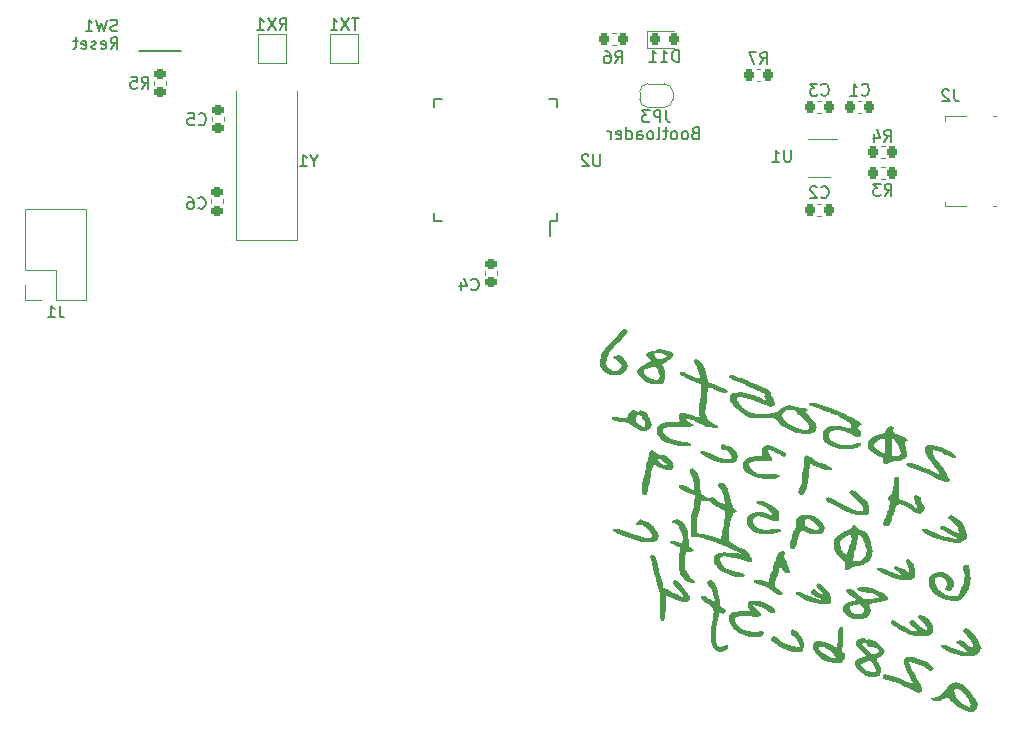
<source format=gbr>
G04 #@! TF.GenerationSoftware,KiCad,Pcbnew,(5.99.0-10336-g9846076676)*
G04 #@! TF.CreationDate,2021-04-17T01:38:01-06:00*
G04 #@! TF.ProjectId,yolo-badge,796f6c6f-2d62-4616-9467-652e6b696361,rev?*
G04 #@! TF.SameCoordinates,Original*
G04 #@! TF.FileFunction,Legend,Bot*
G04 #@! TF.FilePolarity,Positive*
%FSLAX46Y46*%
G04 Gerber Fmt 4.6, Leading zero omitted, Abs format (unit mm)*
G04 Created by KiCad (PCBNEW (5.99.0-10336-g9846076676)) date 2021-04-17 01:38:01*
%MOMM*%
%LPD*%
G01*
G04 APERTURE LIST*
G04 Aperture macros list*
%AMRoundRect*
0 Rectangle with rounded corners*
0 $1 Rounding radius*
0 $2 $3 $4 $5 $6 $7 $8 $9 X,Y pos of 4 corners*
0 Add a 4 corners polygon primitive as box body*
4,1,4,$2,$3,$4,$5,$6,$7,$8,$9,$2,$3,0*
0 Add four circle primitives for the rounded corners*
1,1,$1+$1,$2,$3*
1,1,$1+$1,$4,$5*
1,1,$1+$1,$6,$7*
1,1,$1+$1,$8,$9*
0 Add four rect primitives between the rounded corners*
20,1,$1+$1,$2,$3,$4,$5,0*
20,1,$1+$1,$4,$5,$6,$7,0*
20,1,$1+$1,$6,$7,$8,$9,0*
20,1,$1+$1,$8,$9,$2,$3,0*%
%AMFreePoly0*
4,1,22,0.500000,-0.750000,0.000000,-0.750000,0.000000,-0.745033,-0.079941,-0.743568,-0.215256,-0.701293,-0.333266,-0.622738,-0.424486,-0.514219,-0.481581,-0.384460,-0.499164,-0.250000,-0.500000,-0.250000,-0.500000,0.250000,-0.499164,0.250000,-0.499963,0.256109,-0.478152,0.396186,-0.417904,0.524511,-0.324060,0.630769,-0.204165,0.706417,-0.067858,0.745374,0.000000,0.744959,0.000000,0.750000,
0.500000,0.750000,0.500000,-0.750000,0.500000,-0.750000,$1*%
%AMFreePoly1*
4,1,20,0.000000,0.744959,0.073905,0.744508,0.209726,0.703889,0.328688,0.626782,0.421226,0.519385,0.479903,0.390333,0.500000,0.250000,0.500000,-0.250000,0.499851,-0.262216,0.476331,-0.402017,0.414519,-0.529596,0.319384,-0.634700,0.198574,-0.708877,0.061801,-0.746166,0.000000,-0.745033,0.000000,-0.750000,-0.500000,-0.750000,-0.500000,0.750000,0.000000,0.750000,0.000000,0.744959,
0.000000,0.744959,$1*%
G04 Aperture macros list end*
%ADD10C,0.150000*%
%ADD11C,0.120000*%
%ADD12RoundRect,0.218750X0.218750X0.256250X-0.218750X0.256250X-0.218750X-0.256250X0.218750X-0.256250X0*%
%ADD13RoundRect,0.218750X-0.256250X0.218750X-0.256250X-0.218750X0.256250X-0.218750X0.256250X0.218750X0*%
%ADD14RoundRect,0.218750X0.256250X-0.218750X0.256250X0.218750X-0.256250X0.218750X-0.256250X-0.218750X0*%
%ADD15RoundRect,0.218750X-0.218750X-0.256250X0.218750X-0.256250X0.218750X0.256250X-0.218750X0.256250X0*%
%ADD16R,1.700000X1.700000*%
%ADD17O,1.700000X1.700000*%
%ADD18R,1.380000X0.450000*%
%ADD19R,1.900000X1.175000*%
%ADD20R,1.900000X2.375000*%
%ADD21R,2.100000X1.475000*%
%ADD22FreePoly0,0.000000*%
%ADD23FreePoly1,0.000000*%
%ADD24R,2.000000X2.000000*%
%ADD25R,1.600000X1.000000*%
%ADD26R,1.060000X0.650000*%
%ADD27R,0.550000X1.500000*%
%ADD28R,1.500000X0.550000*%
%ADD29C,1.700000*%
%ADD30R,2.000000X4.500000*%
G04 APERTURE END LIST*
D10*
X163426190Y-57178571D02*
X163283333Y-57226190D01*
X163235714Y-57273809D01*
X163188095Y-57369047D01*
X163188095Y-57511904D01*
X163235714Y-57607142D01*
X163283333Y-57654761D01*
X163378571Y-57702380D01*
X163759523Y-57702380D01*
X163759523Y-56702380D01*
X163426190Y-56702380D01*
X163330952Y-56750000D01*
X163283333Y-56797619D01*
X163235714Y-56892857D01*
X163235714Y-56988095D01*
X163283333Y-57083333D01*
X163330952Y-57130952D01*
X163426190Y-57178571D01*
X163759523Y-57178571D01*
X162616666Y-57702380D02*
X162711904Y-57654761D01*
X162759523Y-57607142D01*
X162807142Y-57511904D01*
X162807142Y-57226190D01*
X162759523Y-57130952D01*
X162711904Y-57083333D01*
X162616666Y-57035714D01*
X162473809Y-57035714D01*
X162378571Y-57083333D01*
X162330952Y-57130952D01*
X162283333Y-57226190D01*
X162283333Y-57511904D01*
X162330952Y-57607142D01*
X162378571Y-57654761D01*
X162473809Y-57702380D01*
X162616666Y-57702380D01*
X161711904Y-57702380D02*
X161807142Y-57654761D01*
X161854761Y-57607142D01*
X161902380Y-57511904D01*
X161902380Y-57226190D01*
X161854761Y-57130952D01*
X161807142Y-57083333D01*
X161711904Y-57035714D01*
X161569047Y-57035714D01*
X161473809Y-57083333D01*
X161426190Y-57130952D01*
X161378571Y-57226190D01*
X161378571Y-57511904D01*
X161426190Y-57607142D01*
X161473809Y-57654761D01*
X161569047Y-57702380D01*
X161711904Y-57702380D01*
X161092857Y-57035714D02*
X160711904Y-57035714D01*
X160950000Y-56702380D02*
X160950000Y-57559523D01*
X160902380Y-57654761D01*
X160807142Y-57702380D01*
X160711904Y-57702380D01*
X160235714Y-57702380D02*
X160330952Y-57654761D01*
X160378571Y-57559523D01*
X160378571Y-56702380D01*
X159711904Y-57702380D02*
X159807142Y-57654761D01*
X159854761Y-57607142D01*
X159902380Y-57511904D01*
X159902380Y-57226190D01*
X159854761Y-57130952D01*
X159807142Y-57083333D01*
X159711904Y-57035714D01*
X159569047Y-57035714D01*
X159473809Y-57083333D01*
X159426190Y-57130952D01*
X159378571Y-57226190D01*
X159378571Y-57511904D01*
X159426190Y-57607142D01*
X159473809Y-57654761D01*
X159569047Y-57702380D01*
X159711904Y-57702380D01*
X158521428Y-57702380D02*
X158521428Y-57178571D01*
X158569047Y-57083333D01*
X158664285Y-57035714D01*
X158854761Y-57035714D01*
X158950000Y-57083333D01*
X158521428Y-57654761D02*
X158616666Y-57702380D01*
X158854761Y-57702380D01*
X158950000Y-57654761D01*
X158997619Y-57559523D01*
X158997619Y-57464285D01*
X158950000Y-57369047D01*
X158854761Y-57321428D01*
X158616666Y-57321428D01*
X158521428Y-57273809D01*
X157616666Y-57702380D02*
X157616666Y-56702380D01*
X157616666Y-57654761D02*
X157711904Y-57702380D01*
X157902380Y-57702380D01*
X157997619Y-57654761D01*
X158045238Y-57607142D01*
X158092857Y-57511904D01*
X158092857Y-57226190D01*
X158045238Y-57130952D01*
X157997619Y-57083333D01*
X157902380Y-57035714D01*
X157711904Y-57035714D01*
X157616666Y-57083333D01*
X156759523Y-57654761D02*
X156854761Y-57702380D01*
X157045238Y-57702380D01*
X157140476Y-57654761D01*
X157188095Y-57559523D01*
X157188095Y-57178571D01*
X157140476Y-57083333D01*
X157045238Y-57035714D01*
X156854761Y-57035714D01*
X156759523Y-57083333D01*
X156711904Y-57178571D01*
X156711904Y-57273809D01*
X157188095Y-57369047D01*
X156283333Y-57702380D02*
X156283333Y-57035714D01*
X156283333Y-57226190D02*
X156235714Y-57130952D01*
X156188095Y-57083333D01*
X156092857Y-57035714D01*
X155997619Y-57035714D01*
X113948095Y-50062380D02*
X114281428Y-49586190D01*
X114519523Y-50062380D02*
X114519523Y-49062380D01*
X114138571Y-49062380D01*
X114043333Y-49110000D01*
X113995714Y-49157619D01*
X113948095Y-49252857D01*
X113948095Y-49395714D01*
X113995714Y-49490952D01*
X114043333Y-49538571D01*
X114138571Y-49586190D01*
X114519523Y-49586190D01*
X113138571Y-50014761D02*
X113233809Y-50062380D01*
X113424285Y-50062380D01*
X113519523Y-50014761D01*
X113567142Y-49919523D01*
X113567142Y-49538571D01*
X113519523Y-49443333D01*
X113424285Y-49395714D01*
X113233809Y-49395714D01*
X113138571Y-49443333D01*
X113090952Y-49538571D01*
X113090952Y-49633809D01*
X113567142Y-49729047D01*
X112710000Y-50014761D02*
X112614761Y-50062380D01*
X112424285Y-50062380D01*
X112329047Y-50014761D01*
X112281428Y-49919523D01*
X112281428Y-49871904D01*
X112329047Y-49776666D01*
X112424285Y-49729047D01*
X112567142Y-49729047D01*
X112662380Y-49681428D01*
X112710000Y-49586190D01*
X112710000Y-49538571D01*
X112662380Y-49443333D01*
X112567142Y-49395714D01*
X112424285Y-49395714D01*
X112329047Y-49443333D01*
X111471904Y-50014761D02*
X111567142Y-50062380D01*
X111757619Y-50062380D01*
X111852857Y-50014761D01*
X111900476Y-49919523D01*
X111900476Y-49538571D01*
X111852857Y-49443333D01*
X111757619Y-49395714D01*
X111567142Y-49395714D01*
X111471904Y-49443333D01*
X111424285Y-49538571D01*
X111424285Y-49633809D01*
X111900476Y-49729047D01*
X111138571Y-49395714D02*
X110757619Y-49395714D01*
X110995714Y-49062380D02*
X110995714Y-49919523D01*
X110948095Y-50014761D01*
X110852857Y-50062380D01*
X110757619Y-50062380D01*
X177517500Y-53917142D02*
X177565119Y-53964761D01*
X177707976Y-54012380D01*
X177803214Y-54012380D01*
X177946072Y-53964761D01*
X178041310Y-53869523D01*
X178088929Y-53774285D01*
X178136548Y-53583809D01*
X178136548Y-53440952D01*
X178088929Y-53250476D01*
X178041310Y-53155238D01*
X177946072Y-53060000D01*
X177803214Y-53012380D01*
X177707976Y-53012380D01*
X177565119Y-53060000D01*
X177517500Y-53107619D01*
X176565119Y-54012380D02*
X177136548Y-54012380D01*
X176850834Y-54012380D02*
X176850834Y-53012380D01*
X176946072Y-53155238D01*
X177041310Y-53250476D01*
X177136548Y-53298095D01*
X174110000Y-62597142D02*
X174157619Y-62644761D01*
X174300476Y-62692380D01*
X174395714Y-62692380D01*
X174538572Y-62644761D01*
X174633810Y-62549523D01*
X174681429Y-62454285D01*
X174729048Y-62263809D01*
X174729048Y-62120952D01*
X174681429Y-61930476D01*
X174633810Y-61835238D01*
X174538572Y-61740000D01*
X174395714Y-61692380D01*
X174300476Y-61692380D01*
X174157619Y-61740000D01*
X174110000Y-61787619D01*
X173729048Y-61787619D02*
X173681429Y-61740000D01*
X173586191Y-61692380D01*
X173348095Y-61692380D01*
X173252857Y-61740000D01*
X173205238Y-61787619D01*
X173157619Y-61882857D01*
X173157619Y-61978095D01*
X173205238Y-62120952D01*
X173776667Y-62692380D01*
X173157619Y-62692380D01*
X174120000Y-53917142D02*
X174167619Y-53964761D01*
X174310476Y-54012380D01*
X174405714Y-54012380D01*
X174548572Y-53964761D01*
X174643810Y-53869523D01*
X174691429Y-53774285D01*
X174739048Y-53583809D01*
X174739048Y-53440952D01*
X174691429Y-53250476D01*
X174643810Y-53155238D01*
X174548572Y-53060000D01*
X174405714Y-53012380D01*
X174310476Y-53012380D01*
X174167619Y-53060000D01*
X174120000Y-53107619D01*
X173786667Y-53012380D02*
X173167619Y-53012380D01*
X173500953Y-53393333D01*
X173358095Y-53393333D01*
X173262857Y-53440952D01*
X173215238Y-53488571D01*
X173167619Y-53583809D01*
X173167619Y-53821904D01*
X173215238Y-53917142D01*
X173262857Y-53964761D01*
X173358095Y-54012380D01*
X173643810Y-54012380D01*
X173739048Y-53964761D01*
X173786667Y-53917142D01*
X144476666Y-70407142D02*
X144524285Y-70454761D01*
X144667142Y-70502380D01*
X144762380Y-70502380D01*
X144905238Y-70454761D01*
X145000476Y-70359523D01*
X145048095Y-70264285D01*
X145095714Y-70073809D01*
X145095714Y-69930952D01*
X145048095Y-69740476D01*
X145000476Y-69645238D01*
X144905238Y-69550000D01*
X144762380Y-69502380D01*
X144667142Y-69502380D01*
X144524285Y-69550000D01*
X144476666Y-69597619D01*
X143619523Y-69835714D02*
X143619523Y-70502380D01*
X143857619Y-69454761D02*
X144095714Y-70169047D01*
X143476666Y-70169047D01*
X121396666Y-56417142D02*
X121444285Y-56464761D01*
X121587142Y-56512380D01*
X121682380Y-56512380D01*
X121825238Y-56464761D01*
X121920476Y-56369523D01*
X121968095Y-56274285D01*
X122015714Y-56083809D01*
X122015714Y-55940952D01*
X121968095Y-55750476D01*
X121920476Y-55655238D01*
X121825238Y-55560000D01*
X121682380Y-55512380D01*
X121587142Y-55512380D01*
X121444285Y-55560000D01*
X121396666Y-55607619D01*
X120491904Y-55512380D02*
X120968095Y-55512380D01*
X121015714Y-55988571D01*
X120968095Y-55940952D01*
X120872857Y-55893333D01*
X120634761Y-55893333D01*
X120539523Y-55940952D01*
X120491904Y-55988571D01*
X120444285Y-56083809D01*
X120444285Y-56321904D01*
X120491904Y-56417142D01*
X120539523Y-56464761D01*
X120634761Y-56512380D01*
X120872857Y-56512380D01*
X120968095Y-56464761D01*
X121015714Y-56417142D01*
X121366666Y-63507142D02*
X121414285Y-63554761D01*
X121557142Y-63602380D01*
X121652380Y-63602380D01*
X121795238Y-63554761D01*
X121890476Y-63459523D01*
X121938095Y-63364285D01*
X121985714Y-63173809D01*
X121985714Y-63030952D01*
X121938095Y-62840476D01*
X121890476Y-62745238D01*
X121795238Y-62650000D01*
X121652380Y-62602380D01*
X121557142Y-62602380D01*
X121414285Y-62650000D01*
X121366666Y-62697619D01*
X120509523Y-62602380D02*
X120700000Y-62602380D01*
X120795238Y-62650000D01*
X120842857Y-62697619D01*
X120938095Y-62840476D01*
X120985714Y-63030952D01*
X120985714Y-63411904D01*
X120938095Y-63507142D01*
X120890476Y-63554761D01*
X120795238Y-63602380D01*
X120604761Y-63602380D01*
X120509523Y-63554761D01*
X120461904Y-63507142D01*
X120414285Y-63411904D01*
X120414285Y-63173809D01*
X120461904Y-63078571D01*
X120509523Y-63030952D01*
X120604761Y-62983333D01*
X120795238Y-62983333D01*
X120890476Y-63030952D01*
X120938095Y-63078571D01*
X120985714Y-63173809D01*
X162027619Y-51142380D02*
X162027619Y-50142380D01*
X161789524Y-50142380D01*
X161646667Y-50190000D01*
X161551429Y-50285238D01*
X161503810Y-50380476D01*
X161456191Y-50570952D01*
X161456191Y-50713809D01*
X161503810Y-50904285D01*
X161551429Y-50999523D01*
X161646667Y-51094761D01*
X161789524Y-51142380D01*
X162027619Y-51142380D01*
X160503810Y-51142380D02*
X161075238Y-51142380D01*
X160789524Y-51142380D02*
X160789524Y-50142380D01*
X160884762Y-50285238D01*
X160980000Y-50380476D01*
X161075238Y-50428095D01*
X159551429Y-51142380D02*
X160122857Y-51142380D01*
X159837143Y-51142380D02*
X159837143Y-50142380D01*
X159932381Y-50285238D01*
X160027619Y-50380476D01*
X160122857Y-50428095D01*
X109628333Y-71797380D02*
X109628333Y-72511666D01*
X109675952Y-72654523D01*
X109771190Y-72749761D01*
X109914047Y-72797380D01*
X110009285Y-72797380D01*
X108628333Y-72797380D02*
X109199761Y-72797380D01*
X108914047Y-72797380D02*
X108914047Y-71797380D01*
X109009285Y-71940238D01*
X109104523Y-72035476D01*
X109199761Y-72083095D01*
X185353333Y-53492380D02*
X185353333Y-54206666D01*
X185400952Y-54349523D01*
X185496190Y-54444761D01*
X185639047Y-54492380D01*
X185734285Y-54492380D01*
X184924761Y-53587619D02*
X184877142Y-53540000D01*
X184781904Y-53492380D01*
X184543809Y-53492380D01*
X184448571Y-53540000D01*
X184400952Y-53587619D01*
X184353333Y-53682857D01*
X184353333Y-53778095D01*
X184400952Y-53920952D01*
X184972380Y-54492380D01*
X184353333Y-54492380D01*
X160963333Y-55262380D02*
X160963333Y-55976666D01*
X161010952Y-56119523D01*
X161106190Y-56214761D01*
X161249047Y-56262380D01*
X161344285Y-56262380D01*
X160487142Y-56262380D02*
X160487142Y-55262380D01*
X160106190Y-55262380D01*
X160010952Y-55310000D01*
X159963333Y-55357619D01*
X159915714Y-55452857D01*
X159915714Y-55595714D01*
X159963333Y-55690952D01*
X160010952Y-55738571D01*
X160106190Y-55786190D01*
X160487142Y-55786190D01*
X159582380Y-55262380D02*
X158963333Y-55262380D01*
X159296666Y-55643333D01*
X159153809Y-55643333D01*
X159058571Y-55690952D01*
X159010952Y-55738571D01*
X158963333Y-55833809D01*
X158963333Y-56071904D01*
X159010952Y-56167142D01*
X159058571Y-56214761D01*
X159153809Y-56262380D01*
X159439523Y-56262380D01*
X159534761Y-56214761D01*
X159582380Y-56167142D01*
X179470000Y-62482380D02*
X179803334Y-62006190D01*
X180041429Y-62482380D02*
X180041429Y-61482380D01*
X179660476Y-61482380D01*
X179565238Y-61530000D01*
X179517619Y-61577619D01*
X179470000Y-61672857D01*
X179470000Y-61815714D01*
X179517619Y-61910952D01*
X179565238Y-61958571D01*
X179660476Y-62006190D01*
X180041429Y-62006190D01*
X179136667Y-61482380D02*
X178517619Y-61482380D01*
X178850953Y-61863333D01*
X178708095Y-61863333D01*
X178612857Y-61910952D01*
X178565238Y-61958571D01*
X178517619Y-62053809D01*
X178517619Y-62291904D01*
X178565238Y-62387142D01*
X178612857Y-62434761D01*
X178708095Y-62482380D01*
X178993810Y-62482380D01*
X179089048Y-62434761D01*
X179136667Y-62387142D01*
X179456666Y-57912380D02*
X179790000Y-57436190D01*
X180028095Y-57912380D02*
X180028095Y-56912380D01*
X179647142Y-56912380D01*
X179551904Y-56960000D01*
X179504285Y-57007619D01*
X179456666Y-57102857D01*
X179456666Y-57245714D01*
X179504285Y-57340952D01*
X179551904Y-57388571D01*
X179647142Y-57436190D01*
X180028095Y-57436190D01*
X178599523Y-57245714D02*
X178599523Y-57912380D01*
X178837619Y-56864761D02*
X179075714Y-57579047D01*
X178456666Y-57579047D01*
X116566666Y-53412380D02*
X116900000Y-52936190D01*
X117138095Y-53412380D02*
X117138095Y-52412380D01*
X116757142Y-52412380D01*
X116661904Y-52460000D01*
X116614285Y-52507619D01*
X116566666Y-52602857D01*
X116566666Y-52745714D01*
X116614285Y-52840952D01*
X116661904Y-52888571D01*
X116757142Y-52936190D01*
X117138095Y-52936190D01*
X115661904Y-52412380D02*
X116138095Y-52412380D01*
X116185714Y-52888571D01*
X116138095Y-52840952D01*
X116042857Y-52793333D01*
X115804761Y-52793333D01*
X115709523Y-52840952D01*
X115661904Y-52888571D01*
X115614285Y-52983809D01*
X115614285Y-53221904D01*
X115661904Y-53317142D01*
X115709523Y-53364761D01*
X115804761Y-53412380D01*
X116042857Y-53412380D01*
X116138095Y-53364761D01*
X116185714Y-53317142D01*
X156656666Y-51262380D02*
X156990000Y-50786190D01*
X157228095Y-51262380D02*
X157228095Y-50262380D01*
X156847142Y-50262380D01*
X156751904Y-50310000D01*
X156704285Y-50357619D01*
X156656666Y-50452857D01*
X156656666Y-50595714D01*
X156704285Y-50690952D01*
X156751904Y-50738571D01*
X156847142Y-50786190D01*
X157228095Y-50786190D01*
X155799523Y-50262380D02*
X155990000Y-50262380D01*
X156085238Y-50310000D01*
X156132857Y-50357619D01*
X156228095Y-50500476D01*
X156275714Y-50690952D01*
X156275714Y-51071904D01*
X156228095Y-51167142D01*
X156180476Y-51214761D01*
X156085238Y-51262380D01*
X155894761Y-51262380D01*
X155799523Y-51214761D01*
X155751904Y-51167142D01*
X155704285Y-51071904D01*
X155704285Y-50833809D01*
X155751904Y-50738571D01*
X155799523Y-50690952D01*
X155894761Y-50643333D01*
X156085238Y-50643333D01*
X156180476Y-50690952D01*
X156228095Y-50738571D01*
X156275714Y-50833809D01*
X168960000Y-51322380D02*
X169293334Y-50846190D01*
X169531429Y-51322380D02*
X169531429Y-50322380D01*
X169150476Y-50322380D01*
X169055238Y-50370000D01*
X169007619Y-50417619D01*
X168960000Y-50512857D01*
X168960000Y-50655714D01*
X169007619Y-50750952D01*
X169055238Y-50798571D01*
X169150476Y-50846190D01*
X169531429Y-50846190D01*
X168626667Y-50322380D02*
X167960000Y-50322380D01*
X168388572Y-51322380D01*
X128246191Y-48464380D02*
X128579524Y-47988190D01*
X128817619Y-48464380D02*
X128817619Y-47464380D01*
X128436667Y-47464380D01*
X128341429Y-47512000D01*
X128293810Y-47559619D01*
X128246191Y-47654857D01*
X128246191Y-47797714D01*
X128293810Y-47892952D01*
X128341429Y-47940571D01*
X128436667Y-47988190D01*
X128817619Y-47988190D01*
X127912857Y-47464380D02*
X127246191Y-48464380D01*
X127246191Y-47464380D02*
X127912857Y-48464380D01*
X126341429Y-48464380D02*
X126912857Y-48464380D01*
X126627143Y-48464380D02*
X126627143Y-47464380D01*
X126722381Y-47607238D01*
X126817619Y-47702476D01*
X126912857Y-47750095D01*
X114503333Y-48534761D02*
X114360476Y-48582380D01*
X114122380Y-48582380D01*
X114027142Y-48534761D01*
X113979523Y-48487142D01*
X113931904Y-48391904D01*
X113931904Y-48296666D01*
X113979523Y-48201428D01*
X114027142Y-48153809D01*
X114122380Y-48106190D01*
X114312857Y-48058571D01*
X114408095Y-48010952D01*
X114455714Y-47963333D01*
X114503333Y-47868095D01*
X114503333Y-47772857D01*
X114455714Y-47677619D01*
X114408095Y-47630000D01*
X114312857Y-47582380D01*
X114074761Y-47582380D01*
X113931904Y-47630000D01*
X113598571Y-47582380D02*
X113360476Y-48582380D01*
X113170000Y-47868095D01*
X112979523Y-48582380D01*
X112741428Y-47582380D01*
X111836666Y-48582380D02*
X112408095Y-48582380D01*
X112122380Y-48582380D02*
X112122380Y-47582380D01*
X112217619Y-47725238D01*
X112312857Y-47820476D01*
X112408095Y-47868095D01*
X134951429Y-47464380D02*
X134380000Y-47464380D01*
X134665714Y-48464380D02*
X134665714Y-47464380D01*
X134141905Y-47464380D02*
X133475238Y-48464380D01*
X133475238Y-47464380D02*
X134141905Y-48464380D01*
X132570476Y-48464380D02*
X133141905Y-48464380D01*
X132856191Y-48464380D02*
X132856191Y-47464380D01*
X132951429Y-47607238D01*
X133046667Y-47702476D01*
X133141905Y-47750095D01*
X171531904Y-58602380D02*
X171531904Y-59411904D01*
X171484285Y-59507142D01*
X171436666Y-59554761D01*
X171341428Y-59602380D01*
X171150952Y-59602380D01*
X171055714Y-59554761D01*
X171008095Y-59507142D01*
X170960476Y-59411904D01*
X170960476Y-58602380D01*
X169960476Y-59602380D02*
X170531904Y-59602380D01*
X170246190Y-59602380D02*
X170246190Y-58602380D01*
X170341428Y-58745238D01*
X170436666Y-58840476D01*
X170531904Y-58888095D01*
X155391904Y-58992380D02*
X155391904Y-59801904D01*
X155344285Y-59897142D01*
X155296666Y-59944761D01*
X155201428Y-59992380D01*
X155010952Y-59992380D01*
X154915714Y-59944761D01*
X154868095Y-59897142D01*
X154820476Y-59801904D01*
X154820476Y-58992380D01*
X154391904Y-59087619D02*
X154344285Y-59040000D01*
X154249047Y-58992380D01*
X154010952Y-58992380D01*
X153915714Y-59040000D01*
X153868095Y-59087619D01*
X153820476Y-59182857D01*
X153820476Y-59278095D01*
X153868095Y-59420952D01*
X154439523Y-59992380D01*
X153820476Y-59992380D01*
X131169524Y-59536190D02*
X131169524Y-60012380D01*
X131502857Y-59012380D02*
X131169524Y-59536190D01*
X130836191Y-59012380D01*
X129979048Y-60012380D02*
X130550476Y-60012380D01*
X130264762Y-60012380D02*
X130264762Y-59012380D01*
X130360000Y-59155238D01*
X130455238Y-59250476D01*
X130550476Y-59298095D01*
G36*
X187322386Y-105868705D02*
G01*
X187152031Y-106084821D01*
X186930729Y-106177411D01*
X186578950Y-106171612D01*
X186157667Y-106035135D01*
X185683468Y-105771520D01*
X185402758Y-105565521D01*
X185173105Y-105354469D01*
X185049351Y-105185714D01*
X185017991Y-105119914D01*
X184882502Y-104980286D01*
X184691005Y-104981794D01*
X184421531Y-105122214D01*
X184180922Y-105232152D01*
X183891394Y-105284714D01*
X183629233Y-105266587D01*
X183456071Y-105174435D01*
X183450439Y-105167406D01*
X183430141Y-105053753D01*
X183561606Y-104979481D01*
X183830810Y-104952881D01*
X183902574Y-104938510D01*
X184115055Y-104817605D01*
X184381461Y-104595004D01*
X184594785Y-104376444D01*
X185360023Y-104376444D01*
X185395629Y-104573792D01*
X185397035Y-104579984D01*
X185527423Y-104947691D01*
X185752389Y-105251724D01*
X186107654Y-105540586D01*
X186114384Y-105545210D01*
X186414068Y-105729006D01*
X186610249Y-105791931D01*
X186717368Y-105734345D01*
X186749865Y-105556607D01*
X186741973Y-105482711D01*
X186629709Y-105206535D01*
X186392111Y-104858107D01*
X186186502Y-104600257D01*
X186024641Y-104419746D01*
X185896282Y-104323343D01*
X185765061Y-104284544D01*
X185594614Y-104276844D01*
X185542117Y-104276784D01*
X185397766Y-104293985D01*
X185360023Y-104376444D01*
X184594785Y-104376444D01*
X184672838Y-104296475D01*
X184960228Y-103947787D01*
X185066624Y-103821991D01*
X185243733Y-103710450D01*
X185497492Y-103682881D01*
X185730826Y-103706178D01*
X186012785Y-103811860D01*
X186300281Y-104018610D01*
X186616017Y-104343564D01*
X186982698Y-104803860D01*
X186988549Y-104811695D01*
X187238937Y-105219225D01*
X187344746Y-105556607D01*
X187350786Y-105575867D01*
X187322386Y-105868705D01*
G37*
G36*
X181924955Y-101567070D02*
G01*
X182293863Y-101676672D01*
X182675437Y-101825107D01*
X183034117Y-101997111D01*
X183334344Y-102177422D01*
X183540558Y-102350778D01*
X183617198Y-102501917D01*
X183610474Y-102577302D01*
X183522427Y-102700023D01*
X183339658Y-102690669D01*
X183071439Y-102548451D01*
X183052051Y-102535500D01*
X182694058Y-102338584D01*
X182222411Y-102136583D01*
X181686973Y-101951015D01*
X181492415Y-101890894D01*
X181627785Y-102215387D01*
X181691507Y-102354645D01*
X181835074Y-102641190D01*
X182020842Y-102994023D01*
X182224510Y-103366275D01*
X182372941Y-103634484D01*
X182541635Y-103955341D01*
X182638095Y-104176095D01*
X182670948Y-104324629D01*
X182648816Y-104428821D01*
X182580325Y-104516554D01*
X182572909Y-104523576D01*
X182390398Y-104581284D01*
X182131268Y-104522375D01*
X181831292Y-104354585D01*
X181819216Y-104346064D01*
X181639456Y-104236178D01*
X181519292Y-104190881D01*
X181469085Y-104178438D01*
X181296250Y-104103576D01*
X181066178Y-103983517D01*
X180926689Y-103912449D01*
X180576837Y-103766022D01*
X180230014Y-103652972D01*
X179975038Y-103583331D01*
X179636714Y-103477231D01*
X179429160Y-103384880D01*
X179329553Y-103294871D01*
X179315069Y-103195801D01*
X179372822Y-103099408D01*
X179535083Y-103020539D01*
X179537471Y-103020207D01*
X179798780Y-103037910D01*
X180182281Y-103138366D01*
X180667213Y-103314063D01*
X181232815Y-103557490D01*
X181858328Y-103861135D01*
X181891158Y-103853833D01*
X181861551Y-103722340D01*
X181742995Y-103450097D01*
X181536108Y-103038679D01*
X181402480Y-102776097D01*
X181205792Y-102340582D01*
X181104645Y-102016006D01*
X181096877Y-101784584D01*
X181180330Y-101628532D01*
X181352841Y-101530064D01*
X181367379Y-101525409D01*
X181604274Y-101511561D01*
X181924955Y-101567070D01*
G37*
G36*
X179041756Y-103051545D02*
G01*
X178959440Y-103124709D01*
X178662888Y-103250089D01*
X178304361Y-103254652D01*
X177917253Y-103146166D01*
X177534958Y-102932397D01*
X177190871Y-102621110D01*
X177019867Y-102391588D01*
X176956603Y-102204253D01*
X177436531Y-102204253D01*
X177496633Y-102336714D01*
X177694110Y-102514206D01*
X178003827Y-102699004D01*
X178137762Y-102756774D01*
X178395014Y-102823238D01*
X178612537Y-102830473D01*
X178733274Y-102772714D01*
X178742729Y-102750067D01*
X178732023Y-102636223D01*
X178644787Y-102444736D01*
X178468731Y-102146513D01*
X178276854Y-101837811D01*
X177856693Y-101972173D01*
X177699242Y-102029684D01*
X177510260Y-102125553D01*
X177436531Y-102204253D01*
X176956603Y-102204253D01*
X176934664Y-102139290D01*
X177005025Y-101924826D01*
X177235515Y-101737238D01*
X177630701Y-101565571D01*
X177867204Y-101482948D01*
X177440201Y-100969852D01*
X177230026Y-100711248D01*
X177084582Y-100502660D01*
X177056983Y-100427258D01*
X177598578Y-100427258D01*
X177615857Y-100501084D01*
X177725157Y-100638370D01*
X177939872Y-100867714D01*
X177960389Y-100889078D01*
X178180931Y-101102256D01*
X178364014Y-101251926D01*
X178471796Y-101306847D01*
X178660743Y-101265465D01*
X178867622Y-101173434D01*
X178995197Y-101070622D01*
X178997906Y-100997277D01*
X178897254Y-100876296D01*
X178719480Y-100763378D01*
X178515562Y-100688598D01*
X178336483Y-100682031D01*
X178306301Y-100688977D01*
X178137880Y-100676987D01*
X178014671Y-100530365D01*
X178011343Y-100524372D01*
X177882758Y-100380162D01*
X177708940Y-100374686D01*
X177659925Y-100388296D01*
X177598578Y-100427258D01*
X177056983Y-100427258D01*
X177030939Y-100356104D01*
X177057663Y-100237403D01*
X177153320Y-100112381D01*
X177164189Y-100101235D01*
X177332897Y-100008605D01*
X177557551Y-99960202D01*
X177767846Y-99964031D01*
X177893474Y-100028098D01*
X177998132Y-100066945D01*
X178190328Y-100061478D01*
X178350755Y-100067636D01*
X178638658Y-100169892D01*
X178937324Y-100354905D01*
X179203815Y-100588856D01*
X179395196Y-100837924D01*
X179445925Y-100997277D01*
X179468531Y-101068289D01*
X179435564Y-101202628D01*
X179292150Y-101412351D01*
X179088563Y-101581422D01*
X178883961Y-101650881D01*
X178865694Y-101652105D01*
X178795954Y-101725235D01*
X178829871Y-101885853D01*
X178961275Y-102098262D01*
X179001716Y-102152100D01*
X179167363Y-102483529D01*
X179179476Y-102750067D01*
X179181314Y-102790509D01*
X179041756Y-103051545D01*
G37*
G36*
X175947578Y-101903680D02*
G01*
X175816241Y-102012617D01*
X175638253Y-102062364D01*
X175352680Y-102074214D01*
X175286695Y-102073202D01*
X174777672Y-101988036D01*
X174296293Y-101757779D01*
X173817680Y-101371035D01*
X173615753Y-101144560D01*
X173436698Y-100833335D01*
X173418505Y-100736618D01*
X173880531Y-100736618D01*
X173943586Y-100884447D01*
X174125512Y-101081372D01*
X174390542Y-101288043D01*
X174702659Y-101472233D01*
X174817075Y-101526425D01*
X175071685Y-101621889D01*
X175251640Y-101653401D01*
X175319865Y-101612531D01*
X175315912Y-101572748D01*
X175225070Y-101366054D01*
X175045918Y-101136162D01*
X174820837Y-100940171D01*
X174631629Y-100828749D01*
X174365486Y-100717729D01*
X174123828Y-100659357D01*
X173948296Y-100662649D01*
X173880531Y-100736618D01*
X173418505Y-100736618D01*
X173383667Y-100551406D01*
X173466340Y-100327532D01*
X173498194Y-100296876D01*
X173707248Y-100219048D01*
X174010931Y-100211142D01*
X174364432Y-100266970D01*
X174722943Y-100380345D01*
X175041656Y-100545079D01*
X175446865Y-100813931D01*
X175516890Y-99941239D01*
X175527441Y-99813489D01*
X175568582Y-99409702D01*
X175615443Y-99146617D01*
X175676443Y-99001460D01*
X175760002Y-98951456D01*
X175874539Y-98973831D01*
X175936441Y-99014630D01*
X175973757Y-99100676D01*
X175988205Y-99262543D01*
X175982511Y-99531190D01*
X175959400Y-99937573D01*
X175939259Y-100229716D01*
X175910622Y-100580560D01*
X175883684Y-100846006D01*
X175862327Y-100984218D01*
X175866110Y-101076160D01*
X175994824Y-101166792D01*
X176084829Y-101213727D01*
X176161752Y-101375935D01*
X176130416Y-101602442D01*
X176124762Y-101612531D01*
X175991053Y-101851129D01*
X175947578Y-101903680D01*
G37*
G36*
X186575938Y-99185993D02*
G01*
X186781360Y-99343714D01*
X186993192Y-99574152D01*
X187204309Y-99805585D01*
X187208027Y-99809717D01*
X187370146Y-100052283D01*
X187471747Y-100313585D01*
X187472610Y-100317587D01*
X187542842Y-100547614D01*
X187627475Y-100712149D01*
X187679469Y-100805016D01*
X187617698Y-100867372D01*
X187568889Y-100899049D01*
X187511865Y-101037436D01*
X187481859Y-101153492D01*
X187371743Y-101326714D01*
X187233471Y-101412696D01*
X186935909Y-101473073D01*
X186532972Y-101475810D01*
X186054972Y-101421191D01*
X185532225Y-101309498D01*
X185498072Y-101300373D01*
X185129488Y-101181173D01*
X184780686Y-101035593D01*
X184487356Y-100882099D01*
X184285186Y-100739160D01*
X184209865Y-100625243D01*
X184278309Y-100532043D01*
X184448423Y-100497311D01*
X184662416Y-100523528D01*
X184862487Y-100611878D01*
X185023380Y-100696007D01*
X185306333Y-100810360D01*
X185647325Y-100929821D01*
X185992773Y-101036819D01*
X186289095Y-101113785D01*
X186482709Y-101143149D01*
X186492088Y-101106584D01*
X186402458Y-100998404D01*
X186240804Y-100847875D01*
X186041574Y-100684748D01*
X185839214Y-100538770D01*
X185668172Y-100439693D01*
X185574461Y-100386432D01*
X185508744Y-100281519D01*
X185596731Y-100194428D01*
X185828219Y-100144011D01*
X185887432Y-100140370D01*
X186071500Y-100162687D01*
X186251454Y-100261219D01*
X186483186Y-100463204D01*
X186651797Y-100609917D01*
X186828259Y-100729797D01*
X186929500Y-100755514D01*
X186965947Y-100719810D01*
X186984695Y-100556979D01*
X186900626Y-100321051D01*
X186728049Y-100043895D01*
X186481278Y-99757381D01*
X186476486Y-99752553D01*
X186273925Y-99526943D01*
X186142127Y-99338069D01*
X186108219Y-99224670D01*
X186183193Y-99140009D01*
X186359680Y-99115108D01*
X186575938Y-99185993D01*
G37*
G36*
X171829475Y-99221495D02*
G01*
X172030265Y-99349142D01*
X172254933Y-99586565D01*
X172484875Y-99925145D01*
X172545324Y-100037361D01*
X172671070Y-100406764D01*
X172675115Y-100735680D01*
X172555076Y-100988047D01*
X172523900Y-101019631D01*
X172326694Y-101129468D01*
X172053484Y-101152456D01*
X171688573Y-101086055D01*
X171216265Y-100927723D01*
X170620865Y-100674920D01*
X170529385Y-100630336D01*
X170246880Y-100454725D01*
X170015746Y-100258111D01*
X169869464Y-100072501D01*
X169841514Y-99929898D01*
X169905517Y-99846291D01*
X170075746Y-99791073D01*
X170267060Y-99828043D01*
X170407363Y-99954118D01*
X170412677Y-99963459D01*
X170557246Y-100112847D01*
X170770175Y-100243511D01*
X170800838Y-100257309D01*
X171353604Y-100495986D01*
X171768400Y-100650154D01*
X172054043Y-100719022D01*
X172219346Y-100701796D01*
X172273124Y-100597685D01*
X172224192Y-100405895D01*
X172081365Y-100125635D01*
X172025395Y-100037850D01*
X171864986Y-99854535D01*
X171721531Y-99770194D01*
X171703033Y-99767035D01*
X171585666Y-99688676D01*
X171552198Y-99493040D01*
X171573945Y-99330004D01*
X171671167Y-99212242D01*
X171829475Y-99221495D01*
G37*
G36*
X164759514Y-94990293D02*
G01*
X164921313Y-95122523D01*
X165088144Y-95367733D01*
X165244645Y-95692024D01*
X165375451Y-96061490D01*
X165465201Y-96442232D01*
X165498531Y-96800345D01*
X165500942Y-96970622D01*
X165527027Y-97165892D01*
X165602504Y-97281776D01*
X165752531Y-97375214D01*
X165929578Y-97508099D01*
X166006531Y-97676379D01*
X165949140Y-97838869D01*
X165801739Y-97906573D01*
X165625455Y-97840817D01*
X165614646Y-97831802D01*
X165555879Y-97787683D01*
X165511376Y-97787241D01*
X165471552Y-97854930D01*
X165426824Y-98015208D01*
X165367610Y-98292530D01*
X165284325Y-98711351D01*
X165225569Y-99072537D01*
X165184382Y-99626581D01*
X165207038Y-100115815D01*
X165293304Y-100494131D01*
X165386441Y-100623287D01*
X165578336Y-100675693D01*
X165813635Y-100588035D01*
X166003044Y-100499598D01*
X166171927Y-100506433D01*
X166247714Y-100610000D01*
X166209767Y-100775318D01*
X166037447Y-100967402D01*
X165743043Y-101115112D01*
X165420061Y-101114307D01*
X165117820Y-100952381D01*
X164932517Y-100713009D01*
X164795283Y-100305523D01*
X164744248Y-99769675D01*
X164780221Y-99115310D01*
X164904011Y-98352270D01*
X164975453Y-97997268D01*
X165012743Y-97708464D01*
X164985365Y-97502999D01*
X164875455Y-97336512D01*
X164665153Y-97164640D01*
X164336596Y-96943019D01*
X164169908Y-96825152D01*
X163964096Y-96636922D01*
X163907272Y-96500687D01*
X163943350Y-96407732D01*
X164077497Y-96345726D01*
X164306898Y-96413253D01*
X164637391Y-96611197D01*
X164699518Y-96653862D01*
X164911535Y-96794071D01*
X165023640Y-96846478D01*
X165067604Y-96818926D01*
X165075198Y-96719256D01*
X165050450Y-96525073D01*
X164961295Y-96217266D01*
X164830773Y-95896071D01*
X164683880Y-95621272D01*
X164545612Y-95452651D01*
X164492556Y-95409943D01*
X164407049Y-95289437D01*
X164449273Y-95156269D01*
X164523536Y-95067530D01*
X164673149Y-94978898D01*
X164759514Y-94990293D01*
G37*
G36*
X168507132Y-96793049D02*
G01*
X168844294Y-96811732D01*
X169193850Y-96880648D01*
X169523132Y-97016731D01*
X169708906Y-97117744D01*
X170018891Y-97334290D01*
X170190390Y-97536309D01*
X170210457Y-97710727D01*
X170202872Y-97727862D01*
X170075707Y-97826458D01*
X169893756Y-97819590D01*
X169726729Y-97707693D01*
X169638851Y-97623620D01*
X169370790Y-97454665D01*
X169030131Y-97307047D01*
X168679992Y-97210733D01*
X168347786Y-97150357D01*
X168476967Y-97347452D01*
X168618584Y-97504879D01*
X168835311Y-97657383D01*
X168999213Y-97779462D01*
X169038336Y-97953071D01*
X169028978Y-98003894D01*
X168994774Y-98065702D01*
X168911413Y-98102207D01*
X168748880Y-98118181D01*
X168477159Y-98118395D01*
X168066233Y-98107623D01*
X167634354Y-98098083D01*
X167259097Y-98103136D01*
X167008721Y-98131144D01*
X166859392Y-98187626D01*
X166787274Y-98278102D01*
X166768531Y-98408089D01*
X166769380Y-98432574D01*
X166864236Y-98681723D01*
X167096775Y-98926087D01*
X167439348Y-99142920D01*
X167864306Y-99309479D01*
X168014520Y-99351226D01*
X168370672Y-99417674D01*
X168683534Y-99407293D01*
X169032336Y-99320857D01*
X169191802Y-99311818D01*
X169286272Y-99400782D01*
X169274673Y-99551207D01*
X169143937Y-99716735D01*
X169120792Y-99734284D01*
X168836793Y-99846447D01*
X168458096Y-99871074D01*
X168024939Y-99816123D01*
X167577563Y-99689551D01*
X167156206Y-99499318D01*
X166801108Y-99253382D01*
X166670793Y-99127313D01*
X166431929Y-98801260D01*
X166307004Y-98471826D01*
X166299031Y-98168137D01*
X166411026Y-97919324D01*
X166646003Y-97754514D01*
X166654600Y-97751414D01*
X166855634Y-97711059D01*
X167159331Y-97682429D01*
X167503447Y-97671548D01*
X168142673Y-97671548D01*
X168000783Y-97454996D01*
X167912379Y-97250232D01*
X167885212Y-97010496D01*
X167894473Y-96941063D01*
X167928455Y-96850970D01*
X168016226Y-96805245D01*
X168196285Y-96790424D01*
X168507132Y-96793049D01*
G37*
G36*
X182591318Y-97989151D02*
G01*
X182808541Y-98076935D01*
X183032565Y-98200126D01*
X183207770Y-98328502D01*
X183278531Y-98431844D01*
X183278604Y-98433656D01*
X183332273Y-98536814D01*
X183455738Y-98695759D01*
X183556712Y-98878650D01*
X183597104Y-99169446D01*
X183540494Y-99456645D01*
X183391538Y-99669617D01*
X183332583Y-99701226D01*
X183099424Y-99752424D01*
X182769644Y-99774992D01*
X182391938Y-99770448D01*
X182014999Y-99740312D01*
X181687521Y-99686101D01*
X181458198Y-99609334D01*
X181347356Y-99549873D01*
X180799250Y-99243507D01*
X180399042Y-98994322D01*
X180139109Y-98796658D01*
X180011828Y-98644851D01*
X180009578Y-98533240D01*
X180010936Y-98531072D01*
X180156774Y-98440523D01*
X180373611Y-98475761D01*
X180626202Y-98631189D01*
X180868798Y-98808115D01*
X181119531Y-98958306D01*
X181358578Y-99082425D01*
X181627531Y-99225810D01*
X181868210Y-99322200D01*
X182093198Y-99360997D01*
X182115325Y-99360562D01*
X182205623Y-99346743D01*
X182207908Y-99295754D01*
X182109208Y-99182622D01*
X181896555Y-98982374D01*
X181884118Y-98970888D01*
X181647921Y-98725778D01*
X181556882Y-98558972D01*
X181609897Y-98463790D01*
X181805860Y-98433548D01*
X181867537Y-98441441D01*
X182102852Y-98558564D01*
X182393984Y-98805663D01*
X182568401Y-98971816D01*
X182811281Y-99169512D01*
X182972786Y-99242453D01*
X183065392Y-99197930D01*
X183070786Y-99178296D01*
X183028747Y-99040914D01*
X182912828Y-98836804D01*
X182754662Y-98612022D01*
X182585882Y-98412623D01*
X182438120Y-98284663D01*
X182302130Y-98175177D01*
X182282038Y-98058208D01*
X182427265Y-97969341D01*
X182436520Y-97966993D01*
X182591318Y-97989151D01*
G37*
G36*
X159891534Y-92892465D02*
G01*
X159959062Y-92923290D01*
X160020658Y-93003447D01*
X160085761Y-93155915D01*
X160163811Y-93403673D01*
X160264249Y-93769700D01*
X160396515Y-94276975D01*
X160489928Y-94636200D01*
X160599010Y-95049434D01*
X160688204Y-95380161D01*
X160750157Y-95601199D01*
X160777515Y-95685365D01*
X160831379Y-95721364D01*
X161011683Y-95818975D01*
X161272394Y-95948712D01*
X161574847Y-96092635D01*
X161880381Y-96232810D01*
X162150331Y-96351299D01*
X162346036Y-96430164D01*
X162428833Y-96451469D01*
X162413758Y-96370111D01*
X162310662Y-96199638D01*
X162145502Y-95979487D01*
X161946579Y-95747207D01*
X161742188Y-95540349D01*
X161631054Y-95418226D01*
X161548430Y-95232752D01*
X161594430Y-95098556D01*
X161767454Y-95046881D01*
X161774188Y-95047227D01*
X161914139Y-95120540D01*
X162115935Y-95298118D01*
X162349400Y-95545871D01*
X162584359Y-95829711D01*
X162790637Y-96115549D01*
X162938057Y-96369297D01*
X162958052Y-96413994D01*
X163005970Y-96660211D01*
X162922455Y-96825242D01*
X162723996Y-96906073D01*
X162427085Y-96899688D01*
X162048211Y-96803074D01*
X161603865Y-96613214D01*
X161538299Y-96580333D01*
X161264860Y-96446404D01*
X161062477Y-96352370D01*
X160970978Y-96316881D01*
X160953824Y-96394725D01*
X160939640Y-96609179D01*
X160930053Y-96927251D01*
X160926531Y-97315948D01*
X160925211Y-97535777D01*
X160909422Y-97988696D01*
X160875354Y-98281207D01*
X160822460Y-98419085D01*
X160757241Y-98465778D01*
X160591172Y-98498657D01*
X160545519Y-98474326D01*
X160506856Y-98388712D01*
X160486572Y-98216283D01*
X160481888Y-97929632D01*
X160490024Y-97501352D01*
X160494139Y-97337592D01*
X160497641Y-97030095D01*
X160489150Y-96765176D01*
X160463277Y-96508501D01*
X160414634Y-96225735D01*
X160337830Y-95882543D01*
X160227476Y-95444592D01*
X160078184Y-94877548D01*
X159980093Y-94507463D01*
X159839437Y-93971339D01*
X159738322Y-93568886D01*
X159674316Y-93280936D01*
X159644990Y-93088323D01*
X159647913Y-92971878D01*
X159680653Y-92912435D01*
X159740781Y-92890825D01*
X159825865Y-92887881D01*
X159891534Y-92892465D01*
G37*
G36*
X178122525Y-98009329D02*
G01*
X177865890Y-98205961D01*
X177845888Y-98219658D01*
X177672924Y-98301163D01*
X177446655Y-98332045D01*
X177110737Y-98320878D01*
X176860591Y-98297605D01*
X176629840Y-98245463D01*
X176446941Y-98142424D01*
X176242904Y-97959782D01*
X176194588Y-97911140D01*
X175973726Y-97613723D01*
X175918239Y-97352630D01*
X175937069Y-97314117D01*
X176520433Y-97314117D01*
X176529982Y-97497346D01*
X176633044Y-97689093D01*
X176803485Y-97826366D01*
X177025102Y-97893739D01*
X177296582Y-97925548D01*
X177363054Y-97923231D01*
X177626672Y-97848030D01*
X177760145Y-97689319D01*
X177750483Y-97477815D01*
X177584698Y-97244233D01*
X177457253Y-97146009D01*
X177281189Y-97097507D01*
X177016619Y-97114747D01*
X176913336Y-97130974D01*
X176687541Y-97184958D01*
X176561384Y-97242828D01*
X176520433Y-97314117D01*
X175937069Y-97314117D01*
X176028100Y-97127926D01*
X176303281Y-96939678D01*
X176743754Y-96787949D01*
X177117551Y-96692593D01*
X176642041Y-96376872D01*
X176338752Y-96149455D01*
X176192674Y-95972408D01*
X176204192Y-95843800D01*
X176371956Y-95760549D01*
X176401330Y-95754623D01*
X176607697Y-95764287D01*
X176820799Y-95833718D01*
X176982227Y-95937384D01*
X177033569Y-96049752D01*
X177036145Y-96076974D01*
X177127363Y-96194934D01*
X177308736Y-96327630D01*
X177373160Y-96367738D01*
X177539283Y-96496294D01*
X177605865Y-96590922D01*
X177650047Y-96618968D01*
X177820660Y-96635604D01*
X178075594Y-96632060D01*
X178367563Y-96611880D01*
X178649284Y-96578608D01*
X178873471Y-96535788D01*
X178992840Y-96486964D01*
X179002058Y-96463594D01*
X178928931Y-96376052D01*
X178738840Y-96273493D01*
X178576867Y-96210345D01*
X178379285Y-96149347D01*
X178122710Y-96087250D01*
X177771088Y-96015396D01*
X177288365Y-95925126D01*
X177169864Y-95878089D01*
X177097865Y-95774113D01*
X177166809Y-95660740D01*
X177363229Y-95597450D01*
X177654226Y-95587910D01*
X178006794Y-95630339D01*
X178387924Y-95722958D01*
X178764606Y-95863987D01*
X178952449Y-95946066D01*
X179165221Y-96030252D01*
X179277808Y-96062881D01*
X179369823Y-96094932D01*
X179528462Y-96228783D01*
X179664686Y-96408755D01*
X179722531Y-96570916D01*
X179719550Y-96601203D01*
X179638716Y-96713226D01*
X179435788Y-96806093D01*
X179095028Y-96885205D01*
X178600698Y-96955964D01*
X178461711Y-96974801D01*
X178203908Y-97035071D01*
X178113418Y-97109959D01*
X178189177Y-97200099D01*
X178194570Y-97204085D01*
X178254624Y-97324174D01*
X178297623Y-97530464D01*
X178304939Y-97680612D01*
X178302582Y-97689319D01*
X178259316Y-97849168D01*
X178122525Y-98009329D01*
G37*
G36*
X173982432Y-95330411D02*
G01*
X174206923Y-95454539D01*
X174450391Y-95668728D01*
X174678120Y-95935697D01*
X174855397Y-96218166D01*
X174947509Y-96478856D01*
X174963743Y-96746560D01*
X174896912Y-96951422D01*
X174743188Y-97035544D01*
X174460841Y-97075392D01*
X174096303Y-97064798D01*
X173690195Y-97005115D01*
X173283138Y-96897696D01*
X173002466Y-96798244D01*
X172762367Y-96701017D01*
X172630690Y-96632492D01*
X172623048Y-96626645D01*
X172467880Y-96528057D01*
X172254732Y-96411511D01*
X172227266Y-96397075D01*
X172044862Y-96275519D01*
X171952366Y-96168759D01*
X171967726Y-96054133D01*
X172103407Y-96012102D01*
X172335460Y-96051130D01*
X172637078Y-96171125D01*
X172847360Y-96269555D01*
X173178219Y-96411170D01*
X173508094Y-96540181D01*
X173798568Y-96642493D01*
X174011226Y-96704013D01*
X174107654Y-96710647D01*
X174108386Y-96709836D01*
X174061585Y-96658826D01*
X173906020Y-96587210D01*
X173904127Y-96586506D01*
X173628800Y-96449472D01*
X173400091Y-96274687D01*
X173254524Y-96096540D01*
X173228621Y-95949419D01*
X173294004Y-95861580D01*
X173463122Y-95811087D01*
X173659764Y-95862353D01*
X173823008Y-96009247D01*
X173833581Y-96024443D01*
X173959040Y-96147711D01*
X174114925Y-96247375D01*
X174247709Y-96295195D01*
X174303865Y-96262933D01*
X174276323Y-96217690D01*
X174161003Y-96076755D01*
X173986365Y-95881681D01*
X173785247Y-95646460D01*
X173686800Y-95470768D01*
X173714392Y-95366282D01*
X173864251Y-95315519D01*
X173982432Y-95330411D01*
G37*
G36*
X186587531Y-93787973D02*
G01*
X186611747Y-93902324D01*
X186602207Y-93953628D01*
X186659426Y-94069647D01*
X186689191Y-94118802D01*
X186725270Y-94305185D01*
X186744932Y-94578218D01*
X186748179Y-94886865D01*
X186735010Y-95180089D01*
X186705426Y-95406851D01*
X186659426Y-95516115D01*
X186623916Y-95553513D01*
X186614436Y-95690445D01*
X186627137Y-95747159D01*
X186586157Y-95808881D01*
X186510571Y-95877394D01*
X186429727Y-96046121D01*
X186405903Y-96102846D01*
X186265627Y-96329940D01*
X186076265Y-96554121D01*
X185882898Y-96721244D01*
X185681330Y-96804734D01*
X185399330Y-96824881D01*
X185270818Y-96821120D01*
X184748579Y-96731138D01*
X184260809Y-96536771D01*
X183834480Y-96258745D01*
X183496565Y-95917791D01*
X183274035Y-95534635D01*
X183193865Y-95130006D01*
X183258275Y-94811537D01*
X183443045Y-94562620D01*
X183717936Y-94403840D01*
X184052586Y-94340730D01*
X184416633Y-94378819D01*
X184779716Y-94523637D01*
X185111474Y-94780715D01*
X185235801Y-94925857D01*
X185383135Y-95229648D01*
X185364383Y-95515542D01*
X185179169Y-95778005D01*
X184986980Y-95925025D01*
X184798926Y-95967646D01*
X184642521Y-95862448D01*
X184593739Y-95758701D01*
X184674487Y-95640414D01*
X184781829Y-95488711D01*
X184791526Y-95266302D01*
X184687162Y-95040520D01*
X184489091Y-94851508D01*
X184217666Y-94739408D01*
X183967417Y-94751643D01*
X183778830Y-94895681D01*
X183704558Y-95147875D01*
X183723828Y-95247321D01*
X183804110Y-95443757D01*
X183917742Y-95655290D01*
X184032858Y-95824396D01*
X184117596Y-95893548D01*
X184211228Y-95941726D01*
X184361052Y-96064147D01*
X184387933Y-96088316D01*
X184674457Y-96272007D01*
X184998454Y-96380849D01*
X185315301Y-96410118D01*
X185580375Y-96355092D01*
X185749052Y-96211048D01*
X185819789Y-96076458D01*
X185861878Y-95978214D01*
X185875578Y-95940967D01*
X185946236Y-95785276D01*
X186055378Y-95560145D01*
X186076113Y-95515698D01*
X186168311Y-95234972D01*
X186226354Y-94917664D01*
X186246406Y-94613404D01*
X186224633Y-94371822D01*
X186157198Y-94242548D01*
X186110044Y-94195368D01*
X186070632Y-94028877D01*
X186114661Y-93848358D01*
X186229937Y-93738333D01*
X186256694Y-93730689D01*
X186450871Y-93722897D01*
X186587531Y-93787973D01*
G37*
G36*
X170884381Y-92600418D02*
G01*
X171026278Y-92684697D01*
X171072426Y-92816665D01*
X170993036Y-92938759D01*
X170935288Y-92991640D01*
X170963082Y-93078381D01*
X170994473Y-93114318D01*
X171080918Y-93282546D01*
X171168626Y-93522881D01*
X171203842Y-93628324D01*
X171308930Y-93880460D01*
X171408177Y-94048894D01*
X171417029Y-94059792D01*
X171486893Y-94239213D01*
X171436906Y-94390538D01*
X171285146Y-94454214D01*
X171160767Y-94418729D01*
X170972722Y-94291936D01*
X170814415Y-94125138D01*
X170747865Y-93973789D01*
X170741320Y-93929090D01*
X170669201Y-93861548D01*
X170624144Y-93911751D01*
X170555926Y-94088387D01*
X170489988Y-94348381D01*
X170440413Y-94562963D01*
X170376744Y-94777740D01*
X170327506Y-94877548D01*
X170313407Y-94893872D01*
X170260245Y-95034888D01*
X170212950Y-95258548D01*
X170194935Y-95388170D01*
X170202413Y-95549110D01*
X170291588Y-95661897D01*
X170496430Y-95790242D01*
X170717309Y-95944049D01*
X170830279Y-96112072D01*
X170776087Y-96260436D01*
X170697292Y-96307068D01*
X170484483Y-96291849D01*
X170202655Y-96146999D01*
X169868598Y-95879565D01*
X169629376Y-95707261D01*
X169225318Y-95519826D01*
X168778640Y-95399832D01*
X168767368Y-95397873D01*
X168499776Y-95316008D01*
X168392840Y-95192573D01*
X168387431Y-95156425D01*
X168411525Y-95038399D01*
X168525386Y-94982849D01*
X168745929Y-94989752D01*
X169090068Y-95059081D01*
X169574718Y-95190812D01*
X169582858Y-95193011D01*
X169668686Y-95177592D01*
X169726651Y-95057486D01*
X169773163Y-94800407D01*
X169799813Y-94639916D01*
X169849490Y-94445446D01*
X169895670Y-94369548D01*
X169934871Y-94318893D01*
X169999326Y-94142283D01*
X170066484Y-93882714D01*
X170118093Y-93668382D01*
X170185871Y-93435356D01*
X170237616Y-93311214D01*
X170298678Y-93181567D01*
X170361903Y-92973396D01*
X170423624Y-92791134D01*
X170568604Y-92637707D01*
X170814022Y-92592844D01*
X170884381Y-92600418D01*
G37*
G36*
X162105467Y-89914033D02*
G01*
X162284307Y-89988425D01*
X162512012Y-90212783D01*
X162690156Y-90513519D01*
X162799136Y-90901609D01*
X162854455Y-91415866D01*
X162876352Y-91756989D01*
X162904546Y-91997835D01*
X162949660Y-92145146D01*
X163024169Y-92238175D01*
X163140546Y-92316173D01*
X163281340Y-92416102D01*
X163344891Y-92531779D01*
X163247534Y-92607027D01*
X162992971Y-92633881D01*
X162662198Y-92633881D01*
X162586901Y-93278319D01*
X162576136Y-93372383D01*
X162549098Y-93685486D01*
X162557297Y-93906505D01*
X162607817Y-94096239D01*
X162707742Y-94315486D01*
X162785800Y-94461073D01*
X162901634Y-94638821D01*
X162978536Y-94708214D01*
X163003345Y-94715108D01*
X162999511Y-94795071D01*
X162995692Y-94803386D01*
X163044570Y-94888482D01*
X163206181Y-94972687D01*
X163365178Y-95039378D01*
X163461637Y-95135167D01*
X163410087Y-95244436D01*
X163361121Y-95272735D01*
X163201293Y-95300881D01*
X163119025Y-95290776D01*
X162914681Y-95227376D01*
X162695985Y-95129633D01*
X162521686Y-95025544D01*
X162450531Y-94943104D01*
X162448224Y-94928733D01*
X162384407Y-94798884D01*
X162260424Y-94613556D01*
X162182826Y-94494314D01*
X162112905Y-94312846D01*
X162078957Y-94067894D01*
X162069924Y-93706818D01*
X162078030Y-93327226D01*
X162099887Y-92950012D01*
X162130730Y-92660022D01*
X162148270Y-92539322D01*
X162159058Y-92350917D01*
X162115574Y-92256630D01*
X162003730Y-92206105D01*
X161773698Y-92124995D01*
X161522975Y-92011721D01*
X161337587Y-91902286D01*
X161265198Y-91821514D01*
X161319864Y-91742924D01*
X161489672Y-91698377D01*
X161722825Y-91707474D01*
X161965934Y-91773848D01*
X162023204Y-91796543D01*
X162214727Y-91852693D01*
X162316626Y-91850564D01*
X162337154Y-91811985D01*
X162362511Y-91644078D01*
X162361929Y-91423066D01*
X162337823Y-91222751D01*
X162292610Y-91116934D01*
X162282114Y-91107847D01*
X162220608Y-90978104D01*
X162169471Y-90764261D01*
X162092327Y-90516631D01*
X161900828Y-90301103D01*
X161618823Y-90223574D01*
X161478690Y-90191020D01*
X161450220Y-90072714D01*
X161484777Y-90013084D01*
X161643131Y-89932686D01*
X161870885Y-89897561D01*
X162105467Y-89914033D01*
G37*
G36*
X181619687Y-93295898D02*
G01*
X181824020Y-93462034D01*
X181975731Y-93761456D01*
X182061398Y-94173173D01*
X182080085Y-94379769D01*
X182079811Y-94599920D01*
X182034742Y-94743781D01*
X181934785Y-94866628D01*
X181731259Y-94989419D01*
X181381306Y-95049452D01*
X180936676Y-95019986D01*
X180421436Y-94904940D01*
X179859648Y-94708228D01*
X179275379Y-94433770D01*
X179038132Y-94293506D01*
X178869661Y-94164772D01*
X178816729Y-94081171D01*
X178845338Y-94028243D01*
X178999788Y-93967158D01*
X179272387Y-94018562D01*
X179666938Y-94182911D01*
X179887337Y-94285708D01*
X180237043Y-94433948D01*
X180540328Y-94545475D01*
X180761934Y-94607782D01*
X180866601Y-94608367D01*
X180867065Y-94528301D01*
X180746322Y-94404945D01*
X180526865Y-94275644D01*
X180425125Y-94217375D01*
X180295756Y-94079793D01*
X180290877Y-93953899D01*
X180420644Y-93877740D01*
X180449702Y-93875718D01*
X180621678Y-93911549D01*
X180850327Y-93997154D01*
X181081137Y-94107260D01*
X181259598Y-94216595D01*
X181331198Y-94299888D01*
X181344663Y-94331258D01*
X181456081Y-94369548D01*
X181487764Y-94361665D01*
X181538919Y-94256142D01*
X181527836Y-94070116D01*
X181462685Y-93857998D01*
X181351641Y-93674201D01*
X181341398Y-93661894D01*
X181269414Y-93481639D01*
X181322830Y-93331592D01*
X181483116Y-93268881D01*
X181619687Y-93295898D01*
G37*
G36*
X166670168Y-89393743D02*
G01*
X166599198Y-89549253D01*
X166586232Y-89642117D01*
X166526291Y-89712881D01*
X166489100Y-89761739D01*
X166439686Y-89938442D01*
X166399073Y-90199714D01*
X166379023Y-90377817D01*
X166334311Y-90767575D01*
X166294112Y-91109881D01*
X166281642Y-91224017D01*
X166278852Y-91450816D01*
X166337648Y-91613685D01*
X166478316Y-91787214D01*
X166549966Y-91856637D01*
X166812149Y-92052196D01*
X167100683Y-92210548D01*
X167310625Y-92305808D01*
X167712291Y-92518943D01*
X167956290Y-92703528D01*
X168038531Y-92856747D01*
X168048273Y-92931930D01*
X168112007Y-93028992D01*
X168170435Y-93087888D01*
X168244844Y-93248131D01*
X168259479Y-93398781D01*
X168177229Y-93477306D01*
X167983716Y-93483271D01*
X167664831Y-93417098D01*
X167206462Y-93279209D01*
X166762144Y-93148710D01*
X166289929Y-93048359D01*
X165913527Y-93014363D01*
X165652280Y-93048192D01*
X165525528Y-93151318D01*
X165523436Y-93257783D01*
X165592929Y-93472239D01*
X165719669Y-93709503D01*
X165874780Y-93907093D01*
X165970347Y-93980669D01*
X166255678Y-94123544D01*
X166642862Y-94258899D01*
X167088510Y-94370180D01*
X167381498Y-94437471D01*
X167598099Y-94515679D01*
X167683299Y-94601881D01*
X167657531Y-94708214D01*
X167656371Y-94710028D01*
X167524797Y-94770036D01*
X167273725Y-94775187D01*
X166940610Y-94732165D01*
X166562903Y-94647655D01*
X166178058Y-94528340D01*
X165823526Y-94380904D01*
X165610809Y-94256463D01*
X165285766Y-93962166D01*
X165069229Y-93615645D01*
X164990531Y-93256496D01*
X165000472Y-93101443D01*
X165076751Y-92939453D01*
X165268636Y-92807110D01*
X165406853Y-92744468D01*
X165606409Y-92698092D01*
X165875602Y-92685515D01*
X166263470Y-92701533D01*
X166353912Y-92707391D01*
X166717192Y-92736100D01*
X167030476Y-92768332D01*
X167234198Y-92798157D01*
X167272023Y-92805443D01*
X167346956Y-92805954D01*
X167280230Y-92752793D01*
X167064865Y-92639419D01*
X166888151Y-92554162D01*
X166679012Y-92462183D01*
X166567339Y-92425232D01*
X166470736Y-92392816D01*
X166265378Y-92301483D01*
X166001465Y-92172360D01*
X165695722Y-92032417D01*
X165284060Y-91870059D01*
X164890325Y-91737256D01*
X164855550Y-91726796D01*
X164533500Y-91624475D01*
X164263725Y-91529871D01*
X164101531Y-91462265D01*
X164029313Y-91434594D01*
X163793335Y-91388394D01*
X163508865Y-91368203D01*
X163085531Y-91363881D01*
X163087178Y-90322608D01*
X163089413Y-90058119D01*
X163566654Y-90058119D01*
X163568379Y-90397674D01*
X163593531Y-91025214D01*
X163932198Y-91093566D01*
X164138699Y-91139535D01*
X164474836Y-91222425D01*
X164821198Y-91314469D01*
X165103597Y-91395497D01*
X165364050Y-91475728D01*
X165519698Y-91530342D01*
X165547034Y-91541053D01*
X165624718Y-91539348D01*
X165659717Y-91438505D01*
X165667865Y-91203606D01*
X165671648Y-91081587D01*
X165698592Y-90889347D01*
X165742918Y-90813548D01*
X165744347Y-90813517D01*
X165785198Y-90779549D01*
X165823681Y-90666421D01*
X165864034Y-90451746D01*
X165910495Y-90113139D01*
X165967302Y-89628214D01*
X165984020Y-89484783D01*
X165995326Y-89307274D01*
X165962166Y-89185601D01*
X165858147Y-89086179D01*
X165656877Y-88975424D01*
X165331962Y-88819750D01*
X165313546Y-88810763D01*
X165059366Y-88660551D01*
X164849641Y-88497555D01*
X164846109Y-88494180D01*
X164614947Y-88357042D01*
X164285901Y-88313565D01*
X163910913Y-88311250D01*
X163815484Y-88986049D01*
X163802328Y-89074243D01*
X163744746Y-89382615D01*
X163684139Y-89611087D01*
X163631641Y-89715492D01*
X163589622Y-89818655D01*
X163566654Y-90058119D01*
X163089413Y-90058119D01*
X163089479Y-90050350D01*
X163106016Y-89610710D01*
X163138667Y-89335040D01*
X163187719Y-89220216D01*
X163197344Y-89211526D01*
X163252458Y-89076836D01*
X163305224Y-88827764D01*
X163345392Y-88510451D01*
X163404171Y-87861807D01*
X163117851Y-87740811D01*
X162685512Y-87550677D01*
X162315994Y-87365847D01*
X162098450Y-87222890D01*
X162027198Y-87118566D01*
X162050566Y-87020776D01*
X162186708Y-86953908D01*
X162440673Y-87001201D01*
X162808192Y-87162414D01*
X162817884Y-87167404D01*
X163077339Y-87294906D01*
X163269375Y-87378122D01*
X163353048Y-87399253D01*
X163353267Y-87399028D01*
X163366548Y-87298916D01*
X163354854Y-87094466D01*
X163325619Y-86840325D01*
X163286281Y-86591139D01*
X163244275Y-86401553D01*
X163207036Y-86326214D01*
X163171028Y-86304499D01*
X163095603Y-86170568D01*
X163028146Y-85971980D01*
X162989334Y-85776161D01*
X162999842Y-85650536D01*
X163042893Y-85599869D01*
X163194364Y-85568240D01*
X163380706Y-85674236D01*
X163575702Y-85906217D01*
X163672504Y-86072404D01*
X163759290Y-86299486D01*
X163815981Y-86590156D01*
X163856164Y-86997273D01*
X163912710Y-87746326D01*
X164248000Y-87925294D01*
X164345074Y-87973350D01*
X164546959Y-88047742D01*
X164664723Y-88053934D01*
X164668659Y-88051595D01*
X164845948Y-88033637D01*
X165078432Y-88112466D01*
X165302501Y-88266847D01*
X165473674Y-88389479D01*
X165712519Y-88493362D01*
X165940938Y-88550692D01*
X165879216Y-88094620D01*
X165848668Y-87911920D01*
X165794635Y-87703155D01*
X165742679Y-87610325D01*
X165712440Y-87588624D01*
X165667865Y-87462159D01*
X165618802Y-87330693D01*
X165489460Y-87163809D01*
X165392409Y-87058063D01*
X165363056Y-86958818D01*
X165445796Y-86850664D01*
X165565538Y-86783185D01*
X165777894Y-86783801D01*
X165973042Y-86879413D01*
X166079003Y-87047630D01*
X166110100Y-87148057D01*
X166194010Y-87267705D01*
X166197877Y-87270700D01*
X166252381Y-87387051D01*
X166314767Y-87620417D01*
X166372288Y-87923872D01*
X166378216Y-87960743D01*
X166433637Y-88247705D01*
X166489046Y-88450604D01*
X166533271Y-88527548D01*
X166576304Y-88578460D01*
X166599198Y-88736235D01*
X166629399Y-88877031D01*
X166768531Y-89035548D01*
X166871967Y-89106832D01*
X166937865Y-89202154D01*
X166905325Y-89257132D01*
X166813563Y-89307274D01*
X166768531Y-89331881D01*
X166670168Y-89393743D01*
G37*
G36*
X178415828Y-93017553D02*
G01*
X178353754Y-93099548D01*
X178319676Y-93103914D01*
X178310043Y-93154615D01*
X178319888Y-93189755D01*
X178248847Y-93307746D01*
X178085395Y-93459642D01*
X177867255Y-93613106D01*
X177632147Y-93735797D01*
X177619100Y-93741134D01*
X177320572Y-93826358D01*
X177023225Y-93861548D01*
X176762855Y-93901681D01*
X176606169Y-94036237D01*
X176513488Y-94135600D01*
X176310636Y-94184404D01*
X176206136Y-94154397D01*
X176147533Y-94057598D01*
X176148221Y-93846861D01*
X176151298Y-93798481D01*
X176141341Y-93637720D01*
X176078229Y-93489530D01*
X176037630Y-93438214D01*
X176820551Y-93438214D01*
X177065041Y-93432847D01*
X177365257Y-93392859D01*
X177622223Y-93275826D01*
X177750725Y-93099322D01*
X177790664Y-93000668D01*
X177869740Y-92930214D01*
X177886488Y-92921596D01*
X177927938Y-92803651D01*
X177944531Y-92591548D01*
X177942373Y-92515632D01*
X177912883Y-92327993D01*
X177859865Y-92252881D01*
X177802965Y-92194954D01*
X177775198Y-92031032D01*
X177772207Y-91994278D01*
X177714522Y-91801242D01*
X177604811Y-91561087D01*
X177471325Y-91325086D01*
X177342315Y-91144512D01*
X177246031Y-91070639D01*
X177220218Y-91109400D01*
X177193066Y-91275400D01*
X177183226Y-91511546D01*
X177182531Y-91528217D01*
X177175597Y-91713182D01*
X177144357Y-91934073D01*
X177096484Y-92042068D01*
X177069833Y-92065646D01*
X177061439Y-92177773D01*
X177074882Y-92231039D01*
X177023059Y-92367999D01*
X176982173Y-92452565D01*
X176923213Y-92673646D01*
X176877113Y-92956957D01*
X176820551Y-93438214D01*
X176037630Y-93438214D01*
X175937735Y-93311950D01*
X175695631Y-93063022D01*
X175565839Y-92932884D01*
X175373123Y-92721134D01*
X175262778Y-92547224D01*
X175206510Y-92358933D01*
X175176025Y-92104041D01*
X175173967Y-92077059D01*
X175668684Y-92077059D01*
X175745444Y-92211935D01*
X175771250Y-92233434D01*
X175810764Y-92365099D01*
X175842183Y-92487527D01*
X175954335Y-92655048D01*
X176065716Y-92771540D01*
X176203006Y-92850988D01*
X176306783Y-92794799D01*
X176390585Y-92591790D01*
X176467949Y-92230779D01*
X176478213Y-92177969D01*
X176537150Y-91972732D01*
X176599463Y-91865949D01*
X176611865Y-91855441D01*
X176660334Y-91719589D01*
X176672114Y-91511546D01*
X176648312Y-91310254D01*
X176590039Y-91194655D01*
X176575705Y-91188432D01*
X176429682Y-91208794D01*
X176218178Y-91306479D01*
X175994483Y-91452502D01*
X175811886Y-91617881D01*
X175778858Y-91659879D01*
X175682312Y-91870778D01*
X175668684Y-92077059D01*
X175173967Y-92077059D01*
X175163962Y-91945881D01*
X175166551Y-91710047D01*
X175218023Y-91547982D01*
X175332281Y-91396755D01*
X175377635Y-91352727D01*
X175581917Y-91202865D01*
X175857299Y-91037528D01*
X176151239Y-90884738D01*
X176411194Y-90772515D01*
X176584622Y-90728881D01*
X176636906Y-90697092D01*
X176674531Y-90559548D01*
X176675413Y-90541487D01*
X176751171Y-90421018D01*
X176901482Y-90381507D01*
X177058812Y-90424231D01*
X177155624Y-90550464D01*
X177242592Y-90669970D01*
X177443669Y-90759942D01*
X177738472Y-90854835D01*
X178014434Y-91065994D01*
X178151374Y-91367944D01*
X178158849Y-91404845D01*
X178215645Y-91586341D01*
X178275294Y-91660214D01*
X178310993Y-91714495D01*
X178303920Y-91871881D01*
X178298922Y-92012831D01*
X178357995Y-92083548D01*
X178395300Y-92113755D01*
X178437560Y-92285838D01*
X178452531Y-92591548D01*
X178448105Y-92777584D01*
X178415828Y-93017553D01*
G37*
G36*
X174240365Y-91034354D02*
G01*
X174119101Y-91090206D01*
X173849021Y-91137242D01*
X173528902Y-91143546D01*
X173226537Y-91109136D01*
X173009719Y-91034030D01*
X172859304Y-90951507D01*
X172642854Y-90862532D01*
X172516717Y-90860303D01*
X172346411Y-90992804D01*
X172203373Y-91283280D01*
X172091472Y-91725676D01*
X172046885Y-91934993D01*
X171977399Y-92178836D01*
X171915009Y-92316381D01*
X171862510Y-92369796D01*
X171704884Y-92428367D01*
X171564442Y-92363469D01*
X171466550Y-92208796D01*
X171436569Y-91998042D01*
X171499863Y-91764899D01*
X171529367Y-91694643D01*
X171601413Y-91471652D01*
X171673988Y-91196583D01*
X171714741Y-91045630D01*
X171795383Y-90827622D01*
X171867928Y-90716893D01*
X171898772Y-90673807D01*
X171940658Y-90496118D01*
X171952949Y-90243239D01*
X171952612Y-90220881D01*
X172699965Y-90220881D01*
X172734270Y-90366027D01*
X172858491Y-90488496D01*
X173108895Y-90623048D01*
X173373866Y-90730898D01*
X173662832Y-90795597D01*
X173839727Y-90766703D01*
X173892231Y-90654767D01*
X173808027Y-90470342D01*
X173574792Y-90223980D01*
X173368511Y-90055576D01*
X173076616Y-89879973D01*
X172866497Y-89848985D01*
X172740249Y-89962618D01*
X172699965Y-90220881D01*
X171952612Y-90220881D01*
X171951661Y-90157723D01*
X171967054Y-89931898D01*
X172032224Y-89797324D01*
X172171178Y-89693530D01*
X172478617Y-89561062D01*
X172895864Y-89480528D01*
X173280987Y-89499703D01*
X173457573Y-89576397D01*
X173708709Y-89743097D01*
X173964939Y-89958778D01*
X174073849Y-90064470D01*
X174267061Y-90280919D01*
X174362761Y-90458373D01*
X174388531Y-90641274D01*
X174386394Y-90654767D01*
X174354413Y-90856742D01*
X174240365Y-91034354D01*
G37*
G36*
X185062314Y-89543704D02*
G01*
X185260392Y-89602593D01*
X185522031Y-89742855D01*
X185793656Y-89928139D01*
X186021691Y-90122093D01*
X186152561Y-90288365D01*
X186206754Y-90439079D01*
X186241865Y-90641142D01*
X186254994Y-90730914D01*
X186324614Y-90827659D01*
X186327590Y-90828829D01*
X186400223Y-90929230D01*
X186460376Y-91121938D01*
X186475265Y-91303515D01*
X186411488Y-91461865D01*
X186238069Y-91651105D01*
X186115918Y-91758430D01*
X185890467Y-91880929D01*
X185615474Y-91912221D01*
X185524801Y-91908949D01*
X185100681Y-91849232D01*
X184587899Y-91725467D01*
X184033532Y-91551975D01*
X183484660Y-91343076D01*
X182988359Y-91113090D01*
X182913863Y-91072737D01*
X182689869Y-90915030D01*
X182612298Y-90792271D01*
X182663731Y-90714816D01*
X182826748Y-90693018D01*
X183083928Y-90737231D01*
X183417853Y-90857809D01*
X183685678Y-90975823D01*
X183967773Y-91096751D01*
X184190002Y-91184847D01*
X184407532Y-91261642D01*
X184675531Y-91348667D01*
X184879185Y-91409583D01*
X185190582Y-91489575D01*
X185464617Y-91546254D01*
X185659606Y-91571418D01*
X185733865Y-91556868D01*
X185689790Y-91522327D01*
X185522055Y-91424311D01*
X185258241Y-91281814D01*
X184929531Y-91112080D01*
X184671501Y-90975325D01*
X184389052Y-90808406D01*
X184196425Y-90673079D01*
X184125198Y-90589849D01*
X184139285Y-90543871D01*
X184261227Y-90483455D01*
X184467138Y-90483179D01*
X184706684Y-90539380D01*
X184929531Y-90648393D01*
X185031182Y-90713298D01*
X185266775Y-90844464D01*
X185504043Y-90958306D01*
X185693697Y-91032116D01*
X185786448Y-91043187D01*
X185789325Y-91036309D01*
X185775029Y-90922798D01*
X185721574Y-90724575D01*
X185696301Y-90659496D01*
X185516951Y-90392395D01*
X185235694Y-90118512D01*
X184896027Y-89882228D01*
X184852942Y-89847878D01*
X184820517Y-89720602D01*
X184897623Y-89598260D01*
X185054858Y-89543548D01*
X185062314Y-89543704D01*
G37*
G36*
X158790015Y-89882705D02*
G01*
X158957059Y-89923221D01*
X159181570Y-90010661D01*
X159409212Y-90119352D01*
X159585645Y-90223619D01*
X159656531Y-90297789D01*
X159688155Y-90348337D01*
X159824845Y-90414480D01*
X159953313Y-90493863D01*
X160073623Y-90670130D01*
X160147848Y-90821454D01*
X160243976Y-90937320D01*
X160259562Y-90951902D01*
X160312493Y-91095452D01*
X160333865Y-91319489D01*
X160322402Y-91511222D01*
X160256852Y-91647820D01*
X160101031Y-91731141D01*
X159913967Y-91778726D01*
X159509126Y-91808936D01*
X159044277Y-91780604D01*
X158579498Y-91698799D01*
X158174865Y-91568591D01*
X158145327Y-91556485D01*
X157952472Y-91484898D01*
X157663245Y-91383317D01*
X157328198Y-91269595D01*
X157245836Y-91241908D01*
X156859493Y-91103042D01*
X156611134Y-90992284D01*
X156478467Y-90898083D01*
X156439198Y-90808886D01*
X156458449Y-90747924D01*
X156598792Y-90689775D01*
X156859418Y-90709181D01*
X157221663Y-90803680D01*
X157666865Y-90970811D01*
X157725429Y-90994935D01*
X158087207Y-91125762D01*
X158489949Y-91247770D01*
X158893539Y-91351411D01*
X159257864Y-91427138D01*
X159542808Y-91465402D01*
X159708258Y-91456659D01*
X159735647Y-91442778D01*
X159816405Y-91313654D01*
X159803495Y-91149364D01*
X159698865Y-91036930D01*
X159640245Y-91000487D01*
X159571865Y-90865443D01*
X159539190Y-90781768D01*
X159388700Y-90637961D01*
X159164861Y-90501933D01*
X158922168Y-90404728D01*
X158715119Y-90377391D01*
X158550965Y-90373598D01*
X158440792Y-90324846D01*
X158434597Y-90239901D01*
X158511069Y-90084382D01*
X158641599Y-89943555D01*
X158776978Y-89882214D01*
X158790015Y-89882705D01*
G37*
G36*
X169196764Y-88361245D02*
G01*
X169496326Y-88482754D01*
X169879062Y-88703275D01*
X170121741Y-88858505D01*
X170323008Y-89005231D01*
X170436794Y-89132675D01*
X170495047Y-89279111D01*
X170529714Y-89482819D01*
X170544607Y-89614952D01*
X170553602Y-89843082D01*
X170534485Y-89969652D01*
X170492332Y-90011762D01*
X170300515Y-90047604D01*
X170000336Y-89989324D01*
X169612799Y-89839881D01*
X169492165Y-89787806D01*
X169084382Y-89662282D01*
X168746031Y-89636486D01*
X168496689Y-89706175D01*
X168355930Y-89867107D01*
X168343330Y-90115038D01*
X168402505Y-90287239D01*
X168618509Y-90541311D01*
X168955334Y-90705657D01*
X169391005Y-90766610D01*
X169556733Y-90764923D01*
X169907726Y-90745326D01*
X170197531Y-90710398D01*
X170253218Y-90701300D01*
X170542688Y-90692637D01*
X170701779Y-90751885D01*
X170721933Y-90852132D01*
X170594595Y-90966464D01*
X170311209Y-91067970D01*
X170246345Y-91081829D01*
X169872384Y-91127492D01*
X169442347Y-91140293D01*
X169030304Y-91120257D01*
X168710322Y-91067410D01*
X168453502Y-90965712D01*
X168152433Y-90748485D01*
X167935264Y-90473531D01*
X167812965Y-90171809D01*
X167796507Y-89874278D01*
X167896859Y-89611895D01*
X168124994Y-89415619D01*
X168339745Y-89345566D01*
X168681436Y-89301640D01*
X169057358Y-89298855D01*
X169401336Y-89337171D01*
X169647198Y-89416548D01*
X169761740Y-89479224D01*
X169901422Y-89530327D01*
X169921536Y-89470081D01*
X169833760Y-89290604D01*
X169708639Y-89131272D01*
X169500992Y-88970409D01*
X169185400Y-88793139D01*
X168735091Y-88582199D01*
X168608171Y-88504152D01*
X168581438Y-88411162D01*
X168698489Y-88344583D01*
X168944909Y-88322275D01*
X169196764Y-88361245D01*
G37*
G36*
X180681482Y-88178423D02*
G01*
X181096672Y-88314225D01*
X181206543Y-88354201D01*
X181553539Y-88515980D01*
X181858383Y-88701045D01*
X181986701Y-88790009D01*
X182157424Y-88892680D01*
X182238525Y-88918443D01*
X182238078Y-88879106D01*
X182187014Y-88722471D01*
X182088827Y-88494829D01*
X182035740Y-88373585D01*
X181957210Y-88085676D01*
X181996815Y-87909967D01*
X182154041Y-87851511D01*
X182164779Y-87851785D01*
X182329223Y-87887333D01*
X182470702Y-87958023D01*
X182517811Y-88029014D01*
X182534984Y-88121767D01*
X182595246Y-88300226D01*
X182657986Y-88487418D01*
X182685865Y-88617726D01*
X182688285Y-88636492D01*
X182770531Y-88696881D01*
X182771053Y-88696886D01*
X182830499Y-88771433D01*
X182855198Y-88948929D01*
X182822252Y-89136584D01*
X182653931Y-89332852D01*
X182610918Y-89358666D01*
X182445314Y-89408129D01*
X182247724Y-89376191D01*
X181985884Y-89253334D01*
X181627531Y-89030040D01*
X181359397Y-88870012D01*
X181025761Y-88715931D01*
X180740956Y-88632210D01*
X180548154Y-88634662D01*
X180515148Y-88657320D01*
X180426355Y-88815322D01*
X180363263Y-89069174D01*
X180343184Y-89184696D01*
X180289588Y-89394739D01*
X180237254Y-89497060D01*
X180207798Y-89534938D01*
X180135217Y-89700884D01*
X180057913Y-89943533D01*
X180016400Y-90079710D01*
X179930019Y-90297895D01*
X179855799Y-90412147D01*
X179751072Y-90447675D01*
X179553198Y-90454480D01*
X179469474Y-90440894D01*
X179371024Y-90366607D01*
X179359407Y-90185579D01*
X179393505Y-90001692D01*
X179455883Y-89889245D01*
X179484310Y-89857096D01*
X179562771Y-89695992D01*
X179643331Y-89458881D01*
X179677154Y-89345635D01*
X179753657Y-89121062D01*
X179810982Y-88993214D01*
X179818356Y-88980988D01*
X179873303Y-88827222D01*
X179925152Y-88600871D01*
X179940657Y-88499788D01*
X179934083Y-88323999D01*
X179851525Y-88243695D01*
X179738782Y-88140715D01*
X179746762Y-88000163D01*
X179878309Y-87896850D01*
X179984894Y-87841833D01*
X180123061Y-87656019D01*
X180209512Y-87340019D01*
X180250554Y-86876548D01*
X180256286Y-86733538D01*
X180273964Y-86481548D01*
X180308201Y-86347171D01*
X180373542Y-86293563D01*
X180484531Y-86283881D01*
X180696198Y-86283881D01*
X180681482Y-88178423D01*
G37*
G36*
X176944758Y-87525738D02*
G01*
X177281228Y-87741030D01*
X177669520Y-88078909D01*
X177724936Y-88132841D01*
X177948551Y-88364644D01*
X178079357Y-88546248D01*
X178146860Y-88728703D01*
X178180569Y-88963060D01*
X178192222Y-89129813D01*
X178176293Y-89355486D01*
X178104333Y-89466564D01*
X178023761Y-89498662D01*
X177776608Y-89533509D01*
X177452046Y-89536460D01*
X177107784Y-89508264D01*
X176801531Y-89449667D01*
X176529691Y-89363983D01*
X175917977Y-89103687D01*
X175362198Y-88781957D01*
X175260298Y-88715090D01*
X175020490Y-88575425D01*
X174840677Y-88493534D01*
X174798093Y-88478792D01*
X174601395Y-88362107D01*
X174504742Y-88219041D01*
X174538321Y-88089891D01*
X174581158Y-88057622D01*
X174721416Y-88035124D01*
X174933863Y-88093524D01*
X175239301Y-88240105D01*
X175658531Y-88482153D01*
X175691425Y-88501826D01*
X176077351Y-88707730D01*
X176502676Y-88898686D01*
X176921045Y-89056996D01*
X177286102Y-89164960D01*
X177551493Y-89204881D01*
X177582842Y-89201364D01*
X177674296Y-89113696D01*
X177678354Y-88957388D01*
X177588931Y-88798481D01*
X177543698Y-88743647D01*
X177547625Y-88696881D01*
X177550421Y-88696704D01*
X177538443Y-88641158D01*
X177432065Y-88508232D01*
X177262946Y-88329777D01*
X177062741Y-88137642D01*
X176863106Y-87963679D01*
X176695698Y-87839736D01*
X176677399Y-87828138D01*
X176474644Y-87667720D01*
X176432634Y-87545995D01*
X176549052Y-87456915D01*
X176674638Y-87441097D01*
X176944758Y-87525738D01*
G37*
G36*
X172973689Y-84492746D02*
G01*
X173214672Y-84590063D01*
X173467505Y-84746849D01*
X173668865Y-84928607D01*
X173681190Y-84940233D01*
X173825685Y-85021047D01*
X174076756Y-85127584D01*
X174388531Y-85239995D01*
X174689606Y-85350680D01*
X174949392Y-85481408D01*
X175050906Y-85592397D01*
X175054225Y-85643377D01*
X174988562Y-85714193D01*
X174791794Y-85733548D01*
X174752992Y-85731916D01*
X174496466Y-85684920D01*
X174164542Y-85588680D01*
X173817466Y-85464359D01*
X173515486Y-85333120D01*
X173318848Y-85216128D01*
X173248637Y-85167371D01*
X173168685Y-85149982D01*
X173151242Y-85231572D01*
X173122719Y-85450053D01*
X173088010Y-85770083D01*
X173051174Y-86156881D01*
X172993889Y-86655464D01*
X172886873Y-87197121D01*
X172747116Y-87574015D01*
X172574831Y-87785418D01*
X172551576Y-87800369D01*
X172357636Y-87852335D01*
X172219358Y-87775371D01*
X172166323Y-87604511D01*
X172228112Y-87374790D01*
X172318092Y-87164134D01*
X172356010Y-86999314D01*
X172363922Y-86939558D01*
X172449923Y-86774689D01*
X172478995Y-86721319D01*
X172513596Y-86522594D01*
X172513423Y-86249703D01*
X172506622Y-86088647D01*
X172514877Y-85894070D01*
X172543470Y-85818162D01*
X172550720Y-85813587D01*
X172581819Y-85701883D01*
X172609375Y-85471136D01*
X172628137Y-85162048D01*
X172634883Y-84997821D01*
X172653923Y-84728913D01*
X172687363Y-84577019D01*
X172746646Y-84505782D01*
X172843219Y-84478845D01*
X172973689Y-84492746D01*
G37*
G36*
X161565273Y-85588859D02*
G01*
X161387602Y-85699933D01*
X161114656Y-85728530D01*
X160691008Y-85650104D01*
X160274755Y-85441520D01*
X160074439Y-85316449D01*
X159968232Y-85288430D01*
X159925490Y-85350818D01*
X159905056Y-85410485D01*
X159830552Y-85479548D01*
X159809074Y-85507838D01*
X159762177Y-85668423D01*
X159708702Y-85939246D01*
X159656531Y-86283881D01*
X159626010Y-86494901D01*
X159570871Y-86800230D01*
X159518247Y-87010146D01*
X159476303Y-87088214D01*
X159461900Y-87094467D01*
X159419563Y-87205935D01*
X159402531Y-87412770D01*
X159401701Y-87467395D01*
X159381426Y-87680478D01*
X159342516Y-87797341D01*
X159277919Y-87826955D01*
X159109682Y-87832619D01*
X159082632Y-87828031D01*
X159004599Y-87791145D01*
X158962423Y-87696069D01*
X158946954Y-87505825D01*
X158949041Y-87183434D01*
X158950014Y-87142216D01*
X158968185Y-86838484D01*
X159000433Y-86610919D01*
X159040472Y-86506101D01*
X159055649Y-86486229D01*
X159107308Y-86333173D01*
X159165067Y-86069721D01*
X159219034Y-85738397D01*
X159237470Y-85613587D01*
X159293863Y-85302803D01*
X159350437Y-85075788D01*
X159397333Y-84974760D01*
X159426034Y-84932342D01*
X159448412Y-84848664D01*
X160292585Y-84848664D01*
X160362769Y-84986119D01*
X160585537Y-85166955D01*
X160770184Y-85263555D01*
X160960129Y-85310214D01*
X160970562Y-85310187D01*
X161062427Y-85297226D01*
X161047792Y-85236034D01*
X160920123Y-85090773D01*
X160907232Y-85077092D01*
X160662448Y-84857676D01*
X160461049Y-84752107D01*
X160328301Y-84773912D01*
X160292585Y-84848664D01*
X159448412Y-84848664D01*
X159472927Y-84756996D01*
X159502928Y-84504244D01*
X159514104Y-84355036D01*
X159547977Y-84171880D01*
X159620088Y-84087739D01*
X159756670Y-84056307D01*
X159923578Y-84066325D01*
X160071069Y-84193113D01*
X160081703Y-84211059D01*
X160245433Y-84332948D01*
X160551812Y-84400511D01*
X160776621Y-84441491D01*
X161019898Y-84554521D01*
X161271794Y-84771705D01*
X161358407Y-84864669D01*
X161547332Y-85144427D01*
X161590102Y-85297226D01*
X161617402Y-85394757D01*
X161565273Y-85588859D01*
G37*
G36*
X183862418Y-83689279D02*
G01*
X184282878Y-83805790D01*
X184716316Y-83976545D01*
X185134745Y-84197168D01*
X185186424Y-84229287D01*
X185445623Y-84424781D01*
X185555065Y-84573181D01*
X185528694Y-84663611D01*
X185380456Y-84685198D01*
X185124296Y-84627068D01*
X184774160Y-84478346D01*
X184620652Y-84402045D01*
X184215245Y-84211326D01*
X183886242Y-84072780D01*
X183657733Y-83996035D01*
X183553808Y-83990715D01*
X183537530Y-84101968D01*
X183580134Y-84302020D01*
X183663873Y-84525112D01*
X183769403Y-84706977D01*
X183820435Y-84770065D01*
X183994993Y-84975777D01*
X184194785Y-85202175D01*
X184272773Y-85292879D01*
X184465219Y-85548813D01*
X184600217Y-85772001D01*
X184608583Y-85789312D01*
X184740174Y-86053099D01*
X184881665Y-86326214D01*
X184920434Y-86402721D01*
X184983020Y-86589707D01*
X184941899Y-86684751D01*
X184889897Y-86710181D01*
X184637982Y-86729903D01*
X184298990Y-86650664D01*
X183904283Y-86482167D01*
X183485222Y-86234114D01*
X183318543Y-86135919D01*
X182981991Y-85979500D01*
X182638555Y-85857804D01*
X182558855Y-85834415D01*
X182177728Y-85707645D01*
X181821690Y-85567633D01*
X181524985Y-85429968D01*
X181321852Y-85310240D01*
X181246531Y-85224038D01*
X181258131Y-85181478D01*
X181364738Y-85090206D01*
X181486959Y-85093913D01*
X181735234Y-85148680D01*
X182068789Y-85243808D01*
X182450737Y-85366824D01*
X182844194Y-85505253D01*
X183212272Y-85646623D01*
X183518087Y-85778459D01*
X183724753Y-85888287D01*
X183820899Y-85947250D01*
X184001433Y-86033858D01*
X184097163Y-86043804D01*
X184100701Y-85994532D01*
X184028249Y-85835850D01*
X183881122Y-85608867D01*
X183682945Y-85348774D01*
X183457339Y-85090757D01*
X183367663Y-84986212D01*
X183170519Y-84693179D01*
X183005203Y-84369087D01*
X182897031Y-84067825D01*
X182871319Y-83843283D01*
X182958807Y-83708970D01*
X183172394Y-83636493D01*
X183482927Y-83631388D01*
X183862418Y-83689279D01*
G37*
G36*
X169636173Y-83627957D02*
G01*
X169969537Y-83699270D01*
X170318795Y-83821278D01*
X170647838Y-83975938D01*
X170920557Y-84145203D01*
X171100841Y-84311026D01*
X171152580Y-84455363D01*
X171124594Y-84531970D01*
X170993091Y-84608270D01*
X170781721Y-84557396D01*
X170509886Y-84381576D01*
X170488653Y-84365012D01*
X170274920Y-84232629D01*
X170030564Y-84123226D01*
X169800464Y-84051225D01*
X169629494Y-84031049D01*
X169562531Y-84077119D01*
X169569709Y-84101435D01*
X169647608Y-84235141D01*
X169783588Y-84425999D01*
X169801576Y-84449799D01*
X169942886Y-84672198D01*
X169966139Y-84822529D01*
X169859077Y-84911952D01*
X169609437Y-84951627D01*
X169204961Y-84952716D01*
X169051314Y-84950383D01*
X168605262Y-84973582D01*
X168258522Y-85039361D01*
X168033816Y-85141864D01*
X167953865Y-85275233D01*
X167965138Y-85326346D01*
X168073433Y-85496891D01*
X168259156Y-85694637D01*
X168476027Y-85873940D01*
X168677762Y-85989156D01*
X168758781Y-86009848D01*
X169009203Y-86041909D01*
X169351904Y-86063991D01*
X169737377Y-86072214D01*
X169930845Y-86072936D01*
X170256751Y-86081354D01*
X170454427Y-86102745D01*
X170552232Y-86141483D01*
X170578531Y-86201942D01*
X170535375Y-86301284D01*
X170388031Y-86408242D01*
X170170558Y-86457887D01*
X169811055Y-86480819D01*
X169375763Y-86468538D01*
X168912324Y-86420643D01*
X168854482Y-86410976D01*
X168511199Y-86307920D01*
X168159077Y-86140456D01*
X167841216Y-85935634D01*
X167600722Y-85720507D01*
X167480695Y-85522128D01*
X167451698Y-85320033D01*
X167518842Y-85027267D01*
X167736246Y-84803153D01*
X168106251Y-84645719D01*
X168631198Y-84552994D01*
X169096865Y-84505881D01*
X169068846Y-84184145D01*
X169067316Y-84165216D01*
X169092767Y-83857034D01*
X169227316Y-83676031D01*
X169474776Y-83616881D01*
X169636173Y-83627957D01*
G37*
G36*
X181333676Y-84574850D02*
G01*
X181139063Y-84793964D01*
X180802661Y-84926833D01*
X180328285Y-84971548D01*
X180312750Y-84971597D01*
X179985706Y-85006208D01*
X179803807Y-85102633D01*
X179711983Y-85171856D01*
X179518274Y-85208381D01*
X179490105Y-85203434D01*
X179377311Y-85129185D01*
X179358012Y-84946345D01*
X179359818Y-84908684D01*
X179316357Y-84727752D01*
X179146345Y-84611434D01*
X178949311Y-84511684D01*
X178687806Y-84356368D01*
X178424758Y-84183847D01*
X178210157Y-84027024D01*
X178093995Y-83918802D01*
X178050550Y-83783806D01*
X178036783Y-83637029D01*
X178559302Y-83637029D01*
X178574666Y-83666899D01*
X178700191Y-83814578D01*
X178890937Y-83979097D01*
X178938762Y-84013811D01*
X179172228Y-84159624D01*
X179366547Y-84248981D01*
X179435066Y-84267857D01*
X179505881Y-84262543D01*
X179539747Y-84185714D01*
X179546475Y-84004819D01*
X179539181Y-83786214D01*
X180061198Y-83786214D01*
X180061198Y-84548214D01*
X180389498Y-84548214D01*
X180582344Y-84535172D01*
X180797154Y-84450057D01*
X180865079Y-84282865D01*
X180788630Y-84030341D01*
X180776130Y-84004852D01*
X180689378Y-83798571D01*
X180653865Y-83659328D01*
X180611499Y-83554427D01*
X180484531Y-83405214D01*
X180373231Y-83276255D01*
X180315198Y-83138092D01*
X180300595Y-83085235D01*
X180188198Y-83024214D01*
X180178969Y-83024616D01*
X180120210Y-83062603D01*
X180084210Y-83182907D01*
X180066147Y-83414464D01*
X180061198Y-83786214D01*
X179539181Y-83786214D01*
X179535881Y-83687308D01*
X179527459Y-83494346D01*
X179507953Y-83251867D01*
X179470757Y-83120468D01*
X179401277Y-83062527D01*
X179284918Y-83040422D01*
X179134623Y-83057563D01*
X178916471Y-83159101D01*
X178716828Y-83315045D01*
X178582253Y-83487114D01*
X178559302Y-83637029D01*
X178036783Y-83637029D01*
X178030495Y-83569990D01*
X178102004Y-83290967D01*
X178314718Y-83026860D01*
X178639725Y-82816490D01*
X179047872Y-82685212D01*
X179239291Y-82643909D01*
X179444570Y-82584136D01*
X179533353Y-82535729D01*
X179618701Y-82341236D01*
X179801099Y-82104474D01*
X180009309Y-82021002D01*
X180230531Y-82098842D01*
X180305711Y-82174896D01*
X180251698Y-82233382D01*
X180212270Y-82255855D01*
X180145865Y-82365769D01*
X180146909Y-82378855D01*
X180229423Y-82508808D01*
X180392510Y-82628493D01*
X180563634Y-82682855D01*
X180715191Y-82714581D01*
X180941338Y-82808119D01*
X181169231Y-82933853D01*
X181345273Y-83061679D01*
X181415865Y-83161495D01*
X181372598Y-83256194D01*
X181225365Y-83360242D01*
X181125342Y-83413649D01*
X181144410Y-83442181D01*
X181187178Y-83453421D01*
X181236665Y-83553381D01*
X181236515Y-83554337D01*
X181255220Y-83703538D01*
X181323237Y-83912333D01*
X181379900Y-84157679D01*
X181377401Y-84282865D01*
X181374106Y-84447927D01*
X181333676Y-84574850D01*
G37*
G36*
X165974264Y-83561206D02*
G01*
X166240860Y-83638936D01*
X166513888Y-83773287D01*
X166755420Y-83955754D01*
X166875613Y-84082160D01*
X166992410Y-84291380D01*
X167022531Y-84560783D01*
X166992274Y-84828245D01*
X166874365Y-85029761D01*
X166822554Y-85062452D01*
X166657814Y-85107567D01*
X166391637Y-85121921D01*
X165990993Y-85108457D01*
X165689559Y-85087048D01*
X165361569Y-85040173D01*
X165101002Y-84961331D01*
X164847993Y-84836266D01*
X164704405Y-84755862D01*
X164389449Y-84585264D01*
X164122698Y-84447427D01*
X164011470Y-84388833D01*
X163840736Y-84261302D01*
X163831809Y-84160656D01*
X163982106Y-84080144D01*
X164145018Y-84083868D01*
X164430159Y-84179482D01*
X164840224Y-84373266D01*
X165032936Y-84468252D01*
X165557661Y-84676918D01*
X166017983Y-84774437D01*
X166047850Y-84777549D01*
X166311800Y-84800442D01*
X166450649Y-84790513D01*
X166504064Y-84735660D01*
X166511715Y-84623775D01*
X166500246Y-84530787D01*
X166394613Y-84296992D01*
X166218271Y-84114095D01*
X166020174Y-84040214D01*
X166006600Y-84039826D01*
X165818163Y-83976041D01*
X165653636Y-83841783D01*
X165583198Y-83692843D01*
X165612075Y-83609639D01*
X165752026Y-83548605D01*
X165974264Y-83561206D01*
G37*
G36*
X173540512Y-80030577D02*
G01*
X173931262Y-80118994D01*
X174402877Y-80265715D01*
X174936865Y-80465513D01*
X175514735Y-80713162D01*
X176117996Y-81003433D01*
X176405156Y-81149036D01*
X176762289Y-81329295D01*
X177057386Y-81477331D01*
X177246031Y-81570805D01*
X177370374Y-81647061D01*
X177494993Y-81772294D01*
X177532234Y-81878491D01*
X177457698Y-81924844D01*
X177410975Y-81935496D01*
X177269417Y-82005051D01*
X177212205Y-82054009D01*
X177217515Y-82141976D01*
X177339891Y-82291802D01*
X177439209Y-82429737D01*
X177503821Y-82646891D01*
X177465551Y-82828695D01*
X177325543Y-82924717D01*
X177302095Y-82928467D01*
X177211866Y-82927304D01*
X177086442Y-82895667D01*
X176896538Y-82822687D01*
X176612870Y-82697495D01*
X176206155Y-82509220D01*
X176028339Y-82436618D01*
X175645288Y-82345161D01*
X175291639Y-82339122D01*
X174999400Y-82412733D01*
X174800584Y-82560223D01*
X174727198Y-82775822D01*
X174729143Y-82816215D01*
X174830195Y-83065214D01*
X175060199Y-83280449D01*
X175385321Y-83451283D01*
X175771727Y-83567079D01*
X176185581Y-83617200D01*
X176593049Y-83591009D01*
X176960297Y-83477869D01*
X177120841Y-83417388D01*
X177336014Y-83390286D01*
X177476906Y-83437560D01*
X177502030Y-83553425D01*
X177492455Y-83573121D01*
X177374280Y-83687353D01*
X177177490Y-83811375D01*
X177051694Y-83863051D01*
X176683774Y-83935888D01*
X176236102Y-83954130D01*
X175763193Y-83920343D01*
X175319561Y-83837095D01*
X174959721Y-83706952D01*
X174796864Y-83621589D01*
X174501351Y-83438397D01*
X174326054Y-83261773D01*
X174242917Y-83056680D01*
X174223883Y-82788083D01*
X174224081Y-82773253D01*
X174246311Y-82511471D01*
X174325639Y-82338242D01*
X174495937Y-82177548D01*
X174513222Y-82163979D01*
X174669919Y-82059578D01*
X174837530Y-82001349D01*
X175068723Y-81977851D01*
X175416166Y-81977644D01*
X175693608Y-81990836D01*
X176073014Y-82041384D01*
X176333765Y-82121476D01*
X176389261Y-82147417D01*
X176581073Y-82188047D01*
X176669509Y-82095244D01*
X176659406Y-81865203D01*
X176589386Y-81778527D01*
X176394231Y-81634737D01*
X176109027Y-81459702D01*
X175768322Y-81272325D01*
X175406663Y-81091511D01*
X175058598Y-80936161D01*
X174758675Y-80825181D01*
X174380938Y-80701298D01*
X173981005Y-80558730D01*
X173614451Y-80417662D01*
X173313157Y-80290914D01*
X173109001Y-80191304D01*
X173033865Y-80131651D01*
X173075569Y-80049562D01*
X173249117Y-80005691D01*
X173540512Y-80030577D01*
G37*
G36*
X163632978Y-76366625D02*
G01*
X163867616Y-76516857D01*
X164068807Y-76747577D01*
X164185423Y-77009350D01*
X164187259Y-77017558D01*
X164246356Y-77193926D01*
X164308989Y-77266881D01*
X164345075Y-77320271D01*
X164392254Y-77501447D01*
X164432523Y-77766543D01*
X164489053Y-78266204D01*
X165238164Y-78543804D01*
X165572930Y-78671500D01*
X165920973Y-78819905D01*
X166134166Y-78938320D01*
X166228929Y-79036428D01*
X166221680Y-79123914D01*
X166216028Y-79132257D01*
X166069649Y-79204541D01*
X165838201Y-79193183D01*
X165578530Y-79100273D01*
X165538394Y-79080721D01*
X165348900Y-79000125D01*
X165097543Y-78902041D01*
X164838998Y-78806805D01*
X164627937Y-78734751D01*
X164519036Y-78706214D01*
X164508928Y-78764935D01*
X164489998Y-78961717D01*
X164466110Y-79264195D01*
X164440149Y-79638300D01*
X164414786Y-79959592D01*
X164378172Y-80287166D01*
X164339518Y-80518427D01*
X164303895Y-80616964D01*
X164272039Y-80648849D01*
X164231806Y-80782709D01*
X164246231Y-80925613D01*
X164313198Y-80992214D01*
X164366915Y-81037212D01*
X164397865Y-81189122D01*
X164404345Y-81254010D01*
X164521123Y-81482115D01*
X164751642Y-81675267D01*
X165053061Y-81793921D01*
X165288951Y-81872565D01*
X165394659Y-81984632D01*
X165339923Y-82116023D01*
X165235869Y-82149735D01*
X165005573Y-82146353D01*
X164706366Y-82104568D01*
X164387707Y-82033719D01*
X164099054Y-81943146D01*
X163889865Y-81842188D01*
X163638266Y-81692342D01*
X163221706Y-81497613D01*
X162831531Y-81368035D01*
X162577531Y-81307464D01*
X162766402Y-81467339D01*
X162946121Y-81612201D01*
X163174360Y-81783701D01*
X163188867Y-81794274D01*
X163316369Y-81915089D01*
X163338103Y-81995368D01*
X163325150Y-82001382D01*
X163182030Y-82020685D01*
X162911441Y-82036295D01*
X162545907Y-82046739D01*
X162117952Y-82050548D01*
X161938265Y-82051034D01*
X161467622Y-82059656D01*
X161137604Y-82080530D01*
X160926559Y-82115585D01*
X160812838Y-82166748D01*
X160753193Y-82221764D01*
X160683393Y-82357404D01*
X160732048Y-82521696D01*
X160905365Y-82754043D01*
X160928625Y-82780667D01*
X161118561Y-82946450D01*
X161375802Y-83075871D01*
X161750960Y-83195345D01*
X162105096Y-83279654D01*
X162445716Y-83339899D01*
X162698463Y-83362881D01*
X162968391Y-83393346D01*
X163102903Y-83480753D01*
X163085531Y-83616881D01*
X163056187Y-83639867D01*
X162889482Y-83679722D01*
X162628915Y-83697935D01*
X162326782Y-83694335D01*
X162035378Y-83668753D01*
X161806999Y-83621021D01*
X161763066Y-83606940D01*
X161496808Y-83528243D01*
X161206578Y-83449738D01*
X161071185Y-83406377D01*
X160731201Y-83222995D01*
X160441574Y-82968600D01*
X160240090Y-82681287D01*
X160164531Y-82399150D01*
X160229762Y-82106221D01*
X160435360Y-81849134D01*
X160755513Y-81690198D01*
X160756124Y-81690034D01*
X160947964Y-81660785D01*
X161244784Y-81639212D01*
X161582588Y-81629975D01*
X161918040Y-81620363D01*
X162131808Y-81590279D01*
X162193563Y-81537046D01*
X162111865Y-81457881D01*
X162053297Y-81352079D01*
X162027198Y-81156551D01*
X162031171Y-81042228D01*
X162071806Y-80949632D01*
X162193349Y-80913625D01*
X162439996Y-80907548D01*
X162450059Y-80907589D01*
X162874920Y-80965108D01*
X163325590Y-81116640D01*
X163533041Y-81199684D01*
X163747735Y-81257864D01*
X163849122Y-81243640D01*
X163861128Y-81212674D01*
X163803839Y-81161548D01*
X163788964Y-81151916D01*
X163760199Y-81027555D01*
X163750922Y-80793640D01*
X163758504Y-80493478D01*
X163780318Y-80170377D01*
X163813736Y-79867645D01*
X163856130Y-79628592D01*
X163904872Y-79496524D01*
X163934837Y-79413028D01*
X163958902Y-79194940D01*
X163957803Y-78912842D01*
X163932198Y-78427850D01*
X163568378Y-78320787D01*
X163397142Y-78266077D01*
X163026487Y-78121930D01*
X162678115Y-77956373D01*
X162386543Y-77788364D01*
X162186287Y-77636861D01*
X162111865Y-77520821D01*
X162143020Y-77447250D01*
X162282210Y-77393515D01*
X162481437Y-77410816D01*
X162683423Y-77501129D01*
X162745874Y-77541656D01*
X163002810Y-77679546D01*
X163298132Y-77809593D01*
X163570091Y-77906311D01*
X163756941Y-77944214D01*
X163808585Y-77893028D01*
X163815291Y-77727419D01*
X163774175Y-77491047D01*
X163696493Y-77229354D01*
X163593499Y-76987781D01*
X163476449Y-76811771D01*
X163401843Y-76723131D01*
X163305094Y-76526948D01*
X163334244Y-76388183D01*
X163488563Y-76335548D01*
X163632978Y-76366625D01*
G37*
G36*
X173625418Y-82337270D02*
G01*
X173397145Y-82541170D01*
X173356081Y-82566179D01*
X173174295Y-82639175D01*
X172937344Y-82665224D01*
X172589640Y-82651953D01*
X172296679Y-82618178D01*
X171991770Y-82556633D01*
X171785306Y-82484636D01*
X171693144Y-82436125D01*
X171432732Y-82305096D01*
X171147935Y-82167299D01*
X171029060Y-82109574D01*
X170762718Y-81954871D01*
X170554786Y-81772188D01*
X170333026Y-81502601D01*
X170272146Y-81427766D01*
X170192076Y-81364277D01*
X170074826Y-81326688D01*
X169887374Y-81309713D01*
X169596698Y-81308071D01*
X169169778Y-81316476D01*
X168873951Y-81322560D01*
X168527721Y-81323239D01*
X168281820Y-81307781D01*
X168094347Y-81269971D01*
X167923400Y-81203590D01*
X167758793Y-81118766D01*
X170747865Y-81118766D01*
X170749336Y-81142064D01*
X170841316Y-81340610D01*
X171053142Y-81569572D01*
X171352446Y-81799215D01*
X171706861Y-81999802D01*
X171897909Y-82086234D01*
X172344837Y-82249115D01*
X172700186Y-82319657D01*
X172952422Y-82300333D01*
X173090007Y-82193616D01*
X173101405Y-82001979D01*
X172975081Y-81727897D01*
X172895554Y-81617816D01*
X172658871Y-81361942D01*
X172394646Y-81140530D01*
X172247270Y-81028523D01*
X172082115Y-80875284D01*
X172017865Y-80773512D01*
X171998477Y-80734380D01*
X171862302Y-80668973D01*
X171645417Y-80629047D01*
X171406819Y-80622925D01*
X171205503Y-80658926D01*
X170993789Y-80776473D01*
X170818356Y-80949580D01*
X170747865Y-81118766D01*
X167758793Y-81118766D01*
X167727078Y-81102423D01*
X167410637Y-80912913D01*
X166976388Y-80580215D01*
X166639896Y-80226912D01*
X166422415Y-79876822D01*
X166345198Y-79553764D01*
X166381266Y-79372262D01*
X166522984Y-79231150D01*
X166790100Y-79153381D01*
X167201601Y-79129548D01*
X167323419Y-79138238D01*
X167630814Y-79192530D01*
X168009684Y-79284524D01*
X168412503Y-79400142D01*
X168791747Y-79525307D01*
X169099891Y-79645943D01*
X169289411Y-79747971D01*
X169307888Y-79761551D01*
X169418929Y-79801114D01*
X169437174Y-79734575D01*
X169346489Y-79602933D01*
X169336677Y-79592995D01*
X169255134Y-79462874D01*
X169310490Y-79338854D01*
X169315012Y-79333374D01*
X169367484Y-79237802D01*
X169283308Y-79214214D01*
X169265184Y-79212343D01*
X169104716Y-79160826D01*
X168851104Y-79053053D01*
X168550506Y-78908293D01*
X168417685Y-78842843D01*
X168015338Y-78658307D01*
X167559693Y-78463364D01*
X167126022Y-78290649D01*
X167069268Y-78268967D01*
X166641173Y-78089708D01*
X166376314Y-77944613D01*
X166275867Y-77834315D01*
X166280521Y-77729114D01*
X166389623Y-77643351D01*
X166601036Y-77653785D01*
X166890375Y-77763237D01*
X167003678Y-77816983D01*
X167231147Y-77908164D01*
X167378310Y-77944214D01*
X167390784Y-77945208D01*
X167543517Y-77991558D01*
X167791900Y-78093366D01*
X168088703Y-78231529D01*
X168771647Y-78556050D01*
X169673853Y-78947823D01*
X169709707Y-78963330D01*
X169854515Y-79068223D01*
X169861707Y-79205259D01*
X169876514Y-79379571D01*
X170025552Y-79618963D01*
X170121353Y-79747405D01*
X170232111Y-80010504D01*
X170202883Y-80210650D01*
X170051590Y-80328391D01*
X169796152Y-80344276D01*
X169454489Y-80238850D01*
X169315918Y-80177413D01*
X168918710Y-80014526D01*
X168487323Y-79852294D01*
X168059846Y-79703632D01*
X167674369Y-79581454D01*
X167368979Y-79498677D01*
X167181765Y-79468214D01*
X167023419Y-79499216D01*
X166939567Y-79619420D01*
X166982322Y-79815998D01*
X167147534Y-80073801D01*
X167431049Y-80377683D01*
X167479123Y-80422481D01*
X167755011Y-80649371D01*
X168026910Y-80801288D01*
X168337800Y-80891536D01*
X168730660Y-80933420D01*
X169248470Y-80940242D01*
X169589608Y-80934363D01*
X169900016Y-80918624D01*
X170105903Y-80888077D01*
X170243525Y-80836740D01*
X170349137Y-80758632D01*
X170440580Y-80679025D01*
X170768334Y-80449091D01*
X171095181Y-80290078D01*
X171366151Y-80230531D01*
X171477909Y-80237107D01*
X171757588Y-80277427D01*
X172091544Y-80343623D01*
X172424323Y-80423082D01*
X172700470Y-80503190D01*
X172864531Y-80571335D01*
X172945943Y-80651802D01*
X172876095Y-80727979D01*
X172849754Y-80753979D01*
X172856893Y-80844422D01*
X172965401Y-80998864D01*
X173189181Y-81240048D01*
X173427291Y-81503821D01*
X173642384Y-81830436D01*
X173683355Y-82001979D01*
X173707795Y-82104305D01*
X173625418Y-82337270D01*
G37*
G36*
X159704792Y-82111027D02*
G01*
X159553026Y-82299747D01*
X159507151Y-82329405D01*
X159181748Y-82427893D01*
X158808781Y-82371182D01*
X158401786Y-82160907D01*
X158238241Y-82045722D01*
X158034938Y-81891424D01*
X157920865Y-81789907D01*
X157914367Y-81783554D01*
X157776400Y-81728342D01*
X157524473Y-81677364D01*
X157207939Y-81640931D01*
X157092014Y-81630456D01*
X156715619Y-81568289D01*
X156468704Y-81477210D01*
X156419820Y-81424104D01*
X158417599Y-81424104D01*
X158438130Y-81586497D01*
X158549740Y-81730300D01*
X158780602Y-81906460D01*
X158824546Y-81936300D01*
X159015471Y-82047770D01*
X159140435Y-82092881D01*
X159215811Y-82036017D01*
X159228383Y-81878911D01*
X159175511Y-81674734D01*
X159063865Y-81477111D01*
X159059080Y-81470996D01*
X158942702Y-81298036D01*
X158894531Y-81179235D01*
X158870855Y-81141108D01*
X158749463Y-81066679D01*
X158599401Y-81013335D01*
X158505953Y-81016739D01*
X158505760Y-81016984D01*
X158479801Y-81105063D01*
X158438905Y-81288548D01*
X158417599Y-81424104D01*
X156419820Y-81424104D01*
X156364482Y-81363986D01*
X156416162Y-81235383D01*
X156468714Y-81199558D01*
X156625788Y-81183273D01*
X156894526Y-81234779D01*
X157138755Y-81290269D01*
X157462082Y-81329817D01*
X157649022Y-81292457D01*
X157709198Y-81177512D01*
X157729560Y-81079504D01*
X157846164Y-80885103D01*
X158016682Y-80721997D01*
X158183729Y-80653548D01*
X158279827Y-80667320D01*
X158471626Y-80738443D01*
X158570276Y-80777282D01*
X158682723Y-80738443D01*
X158792055Y-80664082D01*
X158978732Y-80673900D01*
X159178440Y-80762985D01*
X159337575Y-80906059D01*
X159402531Y-81077849D01*
X159404393Y-81096858D01*
X159473608Y-81161548D01*
X159550657Y-81212429D01*
X159642888Y-81384306D01*
X159713214Y-81625263D01*
X159741035Y-81878911D01*
X159741198Y-81880397D01*
X159704792Y-82111027D01*
G37*
G36*
X160809321Y-78237489D02*
G01*
X160776258Y-78285296D01*
X160663947Y-78391725D01*
X160500008Y-78438270D01*
X160226080Y-78445773D01*
X159730542Y-78395319D01*
X159301610Y-78238732D01*
X158891325Y-77951934D01*
X158825957Y-77893464D01*
X158601959Y-77607597D01*
X158550197Y-77364855D01*
X159063865Y-77364855D01*
X159081432Y-77450065D01*
X159220053Y-77648354D01*
X159464907Y-77843467D01*
X159777711Y-78001273D01*
X159847183Y-78027380D01*
X160069745Y-78094684D01*
X160207957Y-78089176D01*
X160316931Y-78011948D01*
X160375823Y-77917260D01*
X160414608Y-77744657D01*
X160401443Y-77588727D01*
X160333865Y-77520881D01*
X160332098Y-77520825D01*
X160273488Y-77443711D01*
X160249198Y-77264224D01*
X160214418Y-77062314D01*
X160095031Y-76961489D01*
X159870520Y-76958412D01*
X159520370Y-77046967D01*
X159503935Y-77052174D01*
X159236927Y-77152156D01*
X159101499Y-77248540D01*
X159063865Y-77364855D01*
X158550197Y-77364855D01*
X158543918Y-77335411D01*
X158649065Y-77084791D01*
X158914632Y-76863622D01*
X159337852Y-76679789D01*
X159555068Y-76598894D01*
X159680276Y-76503078D01*
X159654750Y-76386479D01*
X159487425Y-76221731D01*
X159438376Y-76179337D01*
X159292075Y-76035777D01*
X159233198Y-75948181D01*
X159241416Y-75910765D01*
X159267994Y-75883820D01*
X159960191Y-75883820D01*
X159995834Y-76029736D01*
X160120584Y-76194221D01*
X160280496Y-76320663D01*
X160421623Y-76352452D01*
X160432332Y-76349075D01*
X160601386Y-76284109D01*
X160823233Y-76187410D01*
X161100935Y-76059848D01*
X160902661Y-75956982D01*
X160804402Y-75912595D01*
X160542868Y-75835689D01*
X160279700Y-75800036D01*
X160068726Y-75810509D01*
X159963774Y-75871983D01*
X159960191Y-75883820D01*
X159267994Y-75883820D01*
X159357006Y-75793577D01*
X159562898Y-75700252D01*
X159799701Y-75660907D01*
X159806793Y-75660808D01*
X160008659Y-75633374D01*
X160122198Y-75573548D01*
X160124832Y-75569572D01*
X160261683Y-75505154D01*
X160513081Y-75494442D01*
X160835594Y-75535308D01*
X161185790Y-75625626D01*
X161214798Y-75635207D01*
X161456428Y-75731446D01*
X161573376Y-75829074D01*
X161603865Y-75958528D01*
X161598065Y-76010175D01*
X161569041Y-76059848D01*
X161477582Y-76216374D01*
X161217763Y-76426123D01*
X160840533Y-76620414D01*
X160673414Y-76700638D01*
X160633373Y-76770283D01*
X160708522Y-76867443D01*
X160814610Y-77059888D01*
X160884269Y-77358748D01*
X160909739Y-77697188D01*
X160906201Y-77744657D01*
X160886321Y-78011378D01*
X160809321Y-78237489D01*
G37*
G36*
X157522433Y-73747681D02*
G01*
X157637906Y-73816044D01*
X157709198Y-73954149D01*
X157705955Y-73970672D01*
X157624024Y-74106441D01*
X157448353Y-74327533D01*
X157201210Y-74607239D01*
X156904865Y-74918849D01*
X156830055Y-74995391D01*
X156544086Y-75298075D01*
X156312421Y-75559153D01*
X156157193Y-75752905D01*
X156100531Y-75853612D01*
X156100140Y-75863380D01*
X156057833Y-76024946D01*
X155966965Y-76238605D01*
X155933389Y-76313366D01*
X155874503Y-76651973D01*
X155970701Y-76953177D01*
X156214445Y-77188056D01*
X156488123Y-77319370D01*
X156736526Y-77332614D01*
X156992510Y-77214810D01*
X157105751Y-77107957D01*
X157189689Y-76951008D01*
X157200446Y-76816158D01*
X157122237Y-76758881D01*
X157067901Y-76729666D01*
X156991778Y-76596624D01*
X156883916Y-76458122D01*
X156689739Y-76347028D01*
X156612387Y-76316778D01*
X156463105Y-76212242D01*
X156475272Y-76111846D01*
X156650865Y-76031649D01*
X156893976Y-76005573D01*
X157198670Y-76097656D01*
X157426618Y-76336031D01*
X157442956Y-76363050D01*
X157559506Y-76523869D01*
X157642786Y-76589548D01*
X157655074Y-76595074D01*
X157693652Y-76704328D01*
X157709198Y-76909398D01*
X157708866Y-76939325D01*
X157662201Y-77194094D01*
X157514440Y-77396542D01*
X157233755Y-77592391D01*
X157202427Y-77608010D01*
X156966865Y-77664689D01*
X156652285Y-77685044D01*
X156330904Y-77667858D01*
X156074941Y-77611913D01*
X156050044Y-77601992D01*
X155756851Y-77421244D01*
X155513223Y-77166994D01*
X155376240Y-76897599D01*
X155361661Y-76752647D01*
X155376307Y-76469919D01*
X155425570Y-76155039D01*
X155463579Y-75989732D01*
X155524558Y-75802402D01*
X155616529Y-75629337D01*
X155762040Y-75437402D01*
X155983640Y-75193464D01*
X156303877Y-74864389D01*
X156329969Y-74837872D01*
X156631480Y-74526202D01*
X156896331Y-74243463D01*
X157096742Y-74019835D01*
X157204933Y-73885499D01*
X157210881Y-73876633D01*
X157350773Y-73742589D01*
X157522433Y-73747681D01*
G37*
D11*
X177513613Y-55500000D02*
X177188055Y-55500000D01*
X177513613Y-54480000D02*
X177188055Y-54480000D01*
X174106113Y-64180000D02*
X173780555Y-64180000D01*
X174106113Y-63160000D02*
X173780555Y-63160000D01*
X174116113Y-55500000D02*
X173790555Y-55500000D01*
X174116113Y-54480000D02*
X173790555Y-54480000D01*
X145673334Y-68877221D02*
X145673334Y-69202779D01*
X146693334Y-68877221D02*
X146693334Y-69202779D01*
X123513334Y-55837221D02*
X123513334Y-56162779D01*
X122493334Y-55837221D02*
X122493334Y-56162779D01*
X122403334Y-63122779D02*
X122403334Y-62797221D01*
X123423334Y-63122779D02*
X123423334Y-62797221D01*
X161613334Y-49995000D02*
X159328334Y-49995000D01*
X159328334Y-48525000D02*
X161613334Y-48525000D01*
X159328334Y-49995000D02*
X159328334Y-48525000D01*
X106695000Y-71345000D02*
X108025000Y-71345000D01*
X111895000Y-71345000D02*
X111895000Y-63605000D01*
X106695000Y-68745000D02*
X106695000Y-63605000D01*
X109295000Y-71345000D02*
X111895000Y-71345000D01*
X106695000Y-68745000D02*
X109295000Y-68745000D01*
X109295000Y-68745000D02*
X109295000Y-71345000D01*
X106695000Y-70015000D02*
X106695000Y-71345000D01*
X106695000Y-63605000D02*
X111895000Y-63605000D01*
X184563334Y-63370000D02*
X186333334Y-63370000D01*
X186333334Y-55750000D02*
X184563334Y-55750000D01*
X184563334Y-63370000D02*
X184563334Y-62990000D01*
X188873334Y-55750000D02*
X188613334Y-55750000D01*
X184563334Y-55750000D02*
X184563334Y-56130000D01*
X188613334Y-63370000D02*
X188873334Y-63370000D01*
X161530000Y-54310000D02*
X161530000Y-53710000D01*
X159430000Y-55010000D02*
X160830000Y-55010000D01*
X160830000Y-53010000D02*
X159430000Y-53010000D01*
X158730000Y-53710000D02*
X158730000Y-54310000D01*
X161530000Y-53710000D02*
G75*
G03*
X160830000Y-53010000I-700000J0D01*
G01*
X160830000Y-55010000D02*
G75*
G03*
X161530000Y-54310000I0J700000D01*
G01*
X159430000Y-53010000D02*
G75*
G03*
X158730000Y-53710000I0J-700000D01*
G01*
X158730000Y-54310000D02*
G75*
G03*
X159430000Y-55010000I700000J0D01*
G01*
X179140555Y-60090000D02*
X179466113Y-60090000D01*
X179140555Y-61110000D02*
X179466113Y-61110000D01*
X179140555Y-58300000D02*
X179466113Y-58300000D01*
X179140555Y-59320000D02*
X179466113Y-59320000D01*
X117600000Y-53102779D02*
X117600000Y-52777221D01*
X118620000Y-53102779D02*
X118620000Y-52777221D01*
X156696113Y-49770000D02*
X156370555Y-49770000D01*
X156696113Y-48750000D02*
X156370555Y-48750000D01*
X168956113Y-51790000D02*
X168630555Y-51790000D01*
X168956113Y-52810000D02*
X168630555Y-52810000D01*
X126403334Y-48810000D02*
X126403334Y-51210000D01*
X128803334Y-51210000D02*
X128803334Y-48810000D01*
X126403334Y-51210000D02*
X128803334Y-51210000D01*
X128803334Y-48810000D02*
X126403334Y-48810000D01*
D10*
X116370000Y-50205000D02*
X119870000Y-50205000D01*
D11*
X132513334Y-48810000D02*
X132513334Y-51210000D01*
X134913334Y-51210000D02*
X134913334Y-48810000D01*
X134913334Y-48810000D02*
X132513334Y-48810000D01*
X132513334Y-51210000D02*
X134913334Y-51210000D01*
X174823334Y-60870000D02*
X173023334Y-60870000D01*
X173023334Y-57650000D02*
X175473334Y-57650000D01*
D10*
X151123334Y-64635000D02*
X151123334Y-65910000D01*
X141348334Y-64635000D02*
X142023334Y-64635000D01*
X151698334Y-64635000D02*
X151698334Y-63960000D01*
X151698334Y-54285000D02*
X151698334Y-54960000D01*
X151698334Y-64635000D02*
X151123334Y-64635000D01*
X141348334Y-54285000D02*
X142023334Y-54285000D01*
X141348334Y-64635000D02*
X141348334Y-63960000D01*
X151698334Y-54285000D02*
X151023334Y-54285000D01*
X141348334Y-54285000D02*
X141348334Y-54960000D01*
D11*
X129693334Y-53660000D02*
X129693334Y-66260000D01*
X129693334Y-66260000D02*
X124593334Y-66260000D01*
X124593334Y-66260000D02*
X124593334Y-53660000D01*
%LPC*%
D12*
X178138334Y-54990000D03*
X176563334Y-54990000D03*
X174730834Y-63670000D03*
X173155834Y-63670000D03*
X174740834Y-54990000D03*
X173165834Y-54990000D03*
D13*
X146183334Y-68252500D03*
X146183334Y-69827500D03*
X123003334Y-55212500D03*
X123003334Y-56787500D03*
D14*
X122913334Y-63747500D03*
X122913334Y-62172500D03*
D15*
X160025834Y-49260000D03*
X161600834Y-49260000D03*
D16*
X108025000Y-70015000D03*
D17*
X110565000Y-70015000D03*
X108025000Y-67475000D03*
X110565000Y-67475000D03*
X108025000Y-64935000D03*
X110565000Y-64935000D03*
D18*
X184813334Y-58260000D03*
X184813334Y-58910000D03*
X184813334Y-59560000D03*
X184813334Y-60210000D03*
X184813334Y-60860000D03*
D19*
X187473334Y-60400000D03*
X187473334Y-58720000D03*
D20*
X187473334Y-62470000D03*
D21*
X185173334Y-62022500D03*
D20*
X187473334Y-56650000D03*
D21*
X185173334Y-57097500D03*
D22*
X159480000Y-54010000D03*
D23*
X160780000Y-54010000D03*
D15*
X178515834Y-60600000D03*
X180090834Y-60600000D03*
X178515834Y-58810000D03*
X180090834Y-58810000D03*
D14*
X118110000Y-53727500D03*
X118110000Y-52152500D03*
D12*
X157320834Y-49260000D03*
X155745834Y-49260000D03*
X169580834Y-52300000D03*
X168005834Y-52300000D03*
D24*
X127603334Y-50010000D03*
D25*
X116230000Y-49375000D03*
X120030000Y-49375000D03*
X116230000Y-47975000D03*
X120030000Y-47975000D03*
D24*
X133713334Y-50010000D03*
D26*
X175023334Y-58310000D03*
X175023334Y-59260000D03*
X175023334Y-60210000D03*
X172823334Y-60210000D03*
X172823334Y-58310000D03*
D27*
X150523334Y-65160000D03*
X149723334Y-65160000D03*
X148923334Y-65160000D03*
X148123334Y-65160000D03*
X147323334Y-65160000D03*
X146523334Y-65160000D03*
X145723334Y-65160000D03*
X144923334Y-65160000D03*
X144123334Y-65160000D03*
X143323334Y-65160000D03*
X142523334Y-65160000D03*
D28*
X140823334Y-63460000D03*
X140823334Y-62660000D03*
X140823334Y-61860000D03*
X140823334Y-61060000D03*
X140823334Y-60260000D03*
X140823334Y-59460000D03*
X140823334Y-58660000D03*
X140823334Y-57860000D03*
X140823334Y-57060000D03*
X140823334Y-56260000D03*
X140823334Y-55460000D03*
D27*
X142523334Y-53760000D03*
X143323334Y-53760000D03*
X144123334Y-53760000D03*
X144923334Y-53760000D03*
X145723334Y-53760000D03*
X146523334Y-53760000D03*
X147323334Y-53760000D03*
X148123334Y-53760000D03*
X148923334Y-53760000D03*
X149723334Y-53760000D03*
X150523334Y-53760000D03*
D28*
X152223334Y-55460000D03*
X152223334Y-56260000D03*
X152223334Y-57060000D03*
X152223334Y-57860000D03*
X152223334Y-58660000D03*
X152223334Y-59460000D03*
X152223334Y-60260000D03*
X152223334Y-61060000D03*
X152223334Y-61860000D03*
X152223334Y-62660000D03*
X152223334Y-63460000D03*
D17*
X141373334Y-74600000D03*
X141373334Y-77140000D03*
D29*
X143913334Y-74600000D03*
D17*
X143913334Y-77140000D03*
D29*
X146453334Y-74600000D03*
D17*
X146453334Y-77140000D03*
D30*
X127143334Y-63810000D03*
X127143334Y-55310000D03*
M02*

</source>
